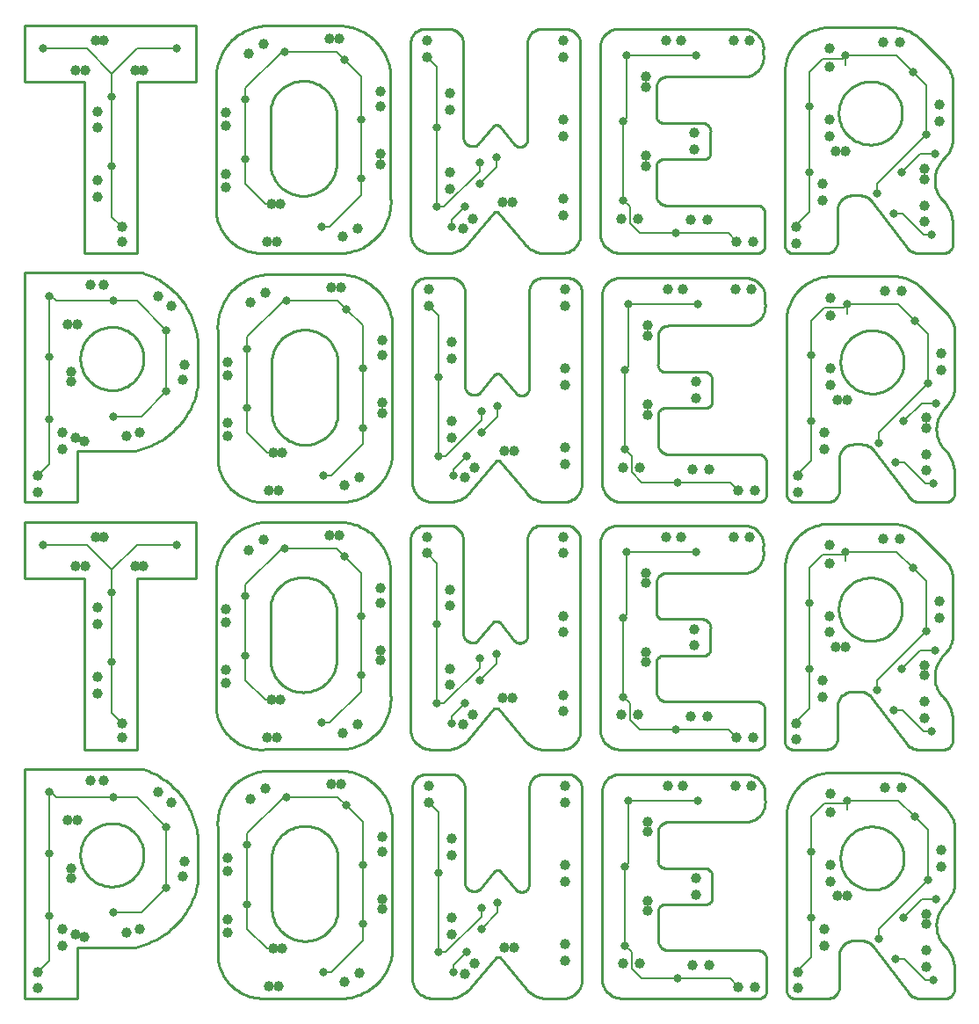
<source format=gbl>
G75*
G70*
%OFA0B0*%
%FSLAX25Y25*%
%IPPOS*%
%LPD*%
%AMOC8*
5,1,8,0,0,1.08239X$1,22.5*
%
%ADD10C,0.03970*%
%ADD11C,0.01000*%
%ADD14C,0.03170*%
%ADD16C,0.00600*%
X0012500Y0012500D02*
G75*
%LPD*%
D11*
X0012500Y0012500D02*
X0012500Y0099380D01*
X0057500Y0099380D01*
X0078120Y0073130D02*
X0078120Y0056250D01*
X0054370Y0031880D02*
X0032500Y0031880D01*
X0032500Y0012500D01*
X0012500Y0012500D01*
X0054380Y0031880D02*
X0055440Y0032120D01*
X0056500Y0032410D01*
X0057540Y0032730D01*
X0058570Y0033090D01*
X0059590Y0033490D01*
X0060600Y0033920D01*
X0061590Y0034390D01*
X0062560Y0034890D01*
X0063510Y0035430D01*
X0064440Y0036000D01*
X0065350Y0036600D01*
X0066240Y0037240D01*
X0067110Y0037900D01*
X0067950Y0038600D01*
X0068770Y0039330D01*
X0069560Y0040080D01*
X0070320Y0040860D01*
X0071060Y0041670D01*
X0071760Y0042510D01*
X0072440Y0043370D01*
X0073080Y0044250D01*
X0073690Y0045160D01*
X0074270Y0046090D01*
X0074820Y0047030D01*
X0075330Y0048000D01*
X0075810Y0048980D01*
X0076250Y0049980D01*
X0076660Y0051000D01*
X0077020Y0052030D01*
X0077360Y0053070D01*
X0077650Y0054120D01*
X0077910Y0055180D01*
X0078130Y0056250D01*
X0078120Y0073120D02*
X0078020Y0074190D01*
X0077880Y0075250D01*
X0077700Y0076310D01*
X0077480Y0077360D01*
X0077230Y0078400D01*
X0076940Y0079440D01*
X0076610Y0080460D01*
X0076250Y0081470D01*
X0075850Y0082460D01*
X0075420Y0083440D01*
X0074950Y0084410D01*
X0074450Y0085350D01*
X0073910Y0086280D01*
X0073340Y0087190D01*
X0072740Y0088080D01*
X0072110Y0088950D01*
X0071450Y0089790D01*
X0070750Y0090610D01*
X0070030Y0091400D01*
X0069280Y0092170D01*
X0068510Y0092910D01*
X0067710Y0093620D01*
X0066880Y0094310D01*
X0066030Y0094960D01*
X0065160Y0095580D01*
X0064260Y0096170D01*
X0063350Y0096730D01*
X0062410Y0097260D01*
X0061460Y0097750D01*
X0060490Y0098210D01*
X0059510Y0098630D01*
X0058510Y0099020D01*
X0057490Y0099370D01*
X0033620Y0066880D02*
X0033640Y0067570D01*
X0033700Y0068260D01*
X0033800Y0068940D01*
X0033940Y0069620D01*
X0034110Y0070290D01*
X0034330Y0070950D01*
X0034580Y0071590D01*
X0034870Y0072220D01*
X0035200Y0072830D01*
X0035560Y0073420D01*
X0035950Y0073990D01*
X0036380Y0074530D01*
X0036830Y0075050D01*
X0037320Y0075550D01*
X0037830Y0076010D01*
X0038370Y0076440D01*
X0038940Y0076850D01*
X0039520Y0077210D01*
X0040130Y0077550D01*
X0040750Y0077850D01*
X0041390Y0078110D01*
X0042040Y0078330D01*
X0042710Y0078520D01*
X0043390Y0078670D01*
X0044070Y0078780D01*
X0044760Y0078850D01*
X0045450Y0078880D01*
X0046140Y0078870D01*
X0046830Y0078820D01*
X0047510Y0078730D01*
X0048190Y0078600D01*
X0048860Y0078430D01*
X0049530Y0078230D01*
X0050170Y0077980D01*
X0050800Y0077700D01*
X0051420Y0077390D01*
X0052010Y0077030D01*
X0052590Y0076650D01*
X0053140Y0076230D01*
X0053670Y0075780D01*
X0054170Y0075300D01*
X0054640Y0074800D01*
X0055080Y0074260D01*
X0055490Y0073710D01*
X0055870Y0073130D01*
X0056210Y0072530D01*
X0056520Y0071910D01*
X0056790Y0071270D01*
X0057020Y0070620D01*
X0057220Y0069960D01*
X0057380Y0069280D01*
X0057500Y0068600D01*
X0057580Y0067920D01*
X0057620Y0067230D01*
X0057620Y0066530D01*
X0057580Y0065840D01*
X0057500Y0065160D01*
X0057380Y0064480D01*
X0057220Y0063800D01*
X0057020Y0063140D01*
X0056790Y0062490D01*
X0056520Y0061850D01*
X0056210Y0061230D01*
X0055870Y0060630D01*
X0055490Y0060050D01*
X0055080Y0059500D01*
X0054640Y0058960D01*
X0054170Y0058460D01*
X0053670Y0057980D01*
X0053140Y0057530D01*
X0052590Y0057110D01*
X0052010Y0056730D01*
X0051420Y0056370D01*
X0050800Y0056060D01*
X0050170Y0055780D01*
X0049530Y0055530D01*
X0048860Y0055330D01*
X0048190Y0055160D01*
X0047510Y0055030D01*
X0046830Y0054940D01*
X0046140Y0054890D01*
X0045450Y0054880D01*
X0044760Y0054910D01*
X0044070Y0054980D01*
X0043390Y0055090D01*
X0042710Y0055240D01*
X0042040Y0055430D01*
X0041390Y0055650D01*
X0040750Y0055910D01*
X0040130Y0056210D01*
X0039520Y0056550D01*
X0038940Y0056910D01*
X0038370Y0057320D01*
X0037830Y0057750D01*
X0037320Y0058210D01*
X0036830Y0058710D01*
X0036380Y0059230D01*
X0035950Y0059770D01*
X0035560Y0060340D01*
X0035200Y0060930D01*
X0034870Y0061540D01*
X0034580Y0062170D01*
X0034330Y0062810D01*
X0034110Y0063470D01*
X0033940Y0064140D01*
X0033800Y0064820D01*
X0033700Y0065500D01*
X0033640Y0066190D01*
X0033620Y0066880D01*
D10*
X0030000Y0061880D03*
X0030000Y0058130D03*
X0026870Y0038750D03*
X0031870Y0036880D03*
X0035000Y0035630D03*
X0026870Y0032500D03*
X0017500Y0022500D03*
X0017500Y0016250D03*
X0051250Y0037500D03*
X0056250Y0038750D03*
X0072500Y0058750D03*
X0073120Y0064380D03*
X0068120Y0086880D03*
X0063120Y0090630D03*
X0042500Y0095000D03*
X0037500Y0095000D03*
X0032500Y0080000D03*
X0028750Y0080000D03*
D14*
X0021870Y0090630D03*
X0021870Y0067500D03*
X0021870Y0043750D03*
X0046250Y0045000D03*
X0066250Y0054380D03*
X0066250Y0077500D03*
X0046250Y0088750D03*
D16*
X0055000Y0088750D01*
X0066250Y0077500D01*
X0066250Y0054380D01*
X0056870Y0045000D01*
X0046250Y0045000D01*
X0065620Y0055000D02*
X0066250Y0054380D01*
X0046250Y0088750D02*
X0024370Y0088750D01*
X0022500Y0090630D01*
X0021870Y0090630D01*
X0021870Y0067500D01*
X0021870Y0043750D01*
X0021870Y0026880D01*
X0017500Y0022500D01*
X0085630Y0012500D02*
G75*
%LPD*%
D11*
X0085670Y0028200D02*
X0085670Y0077570D01*
X0085630Y0078440D01*
X0085640Y0079320D01*
X0085680Y0080190D01*
X0085760Y0081060D01*
X0085870Y0081930D01*
X0086030Y0082790D01*
X0086220Y0083640D01*
X0086450Y0084490D01*
X0086710Y0085320D01*
X0087010Y0086140D01*
X0087350Y0086950D01*
X0087720Y0087740D01*
X0088130Y0088510D01*
X0088570Y0089270D01*
X0089040Y0090000D01*
X0089540Y0090720D01*
X0090080Y0091410D01*
X0090640Y0092080D01*
X0091240Y0092720D01*
X0091860Y0093340D01*
X0092500Y0093930D01*
X0093170Y0094490D01*
X0093870Y0095020D01*
X0094590Y0095520D01*
X0095330Y0095980D01*
X0096080Y0096420D01*
X0096860Y0096820D01*
X0097650Y0097190D01*
X0098460Y0097520D01*
X0099290Y0097820D01*
X0100120Y0098080D01*
X0100970Y0098300D01*
X0101820Y0098490D01*
X0102680Y0098640D01*
X0103550Y0098750D01*
X0104420Y0098820D01*
X0131300Y0098820D01*
X0131290Y0098820D02*
X0132170Y0098830D01*
X0133040Y0098800D01*
X0133910Y0098730D01*
X0134780Y0098620D01*
X0135640Y0098480D01*
X0136490Y0098300D01*
X0137340Y0098080D01*
X0138170Y0097830D01*
X0139000Y0097540D01*
X0139810Y0097210D01*
X0140600Y0096850D01*
X0141380Y0096450D01*
X0142140Y0096020D01*
X0142880Y0095560D01*
X0143600Y0095070D01*
X0144300Y0094540D01*
X0144970Y0093990D01*
X0145620Y0093400D01*
X0146240Y0092790D01*
X0146840Y0092150D01*
X0147410Y0091490D01*
X0147940Y0090800D01*
X0148450Y0090090D01*
X0148930Y0089360D01*
X0149370Y0088610D01*
X0149780Y0087840D01*
X0150160Y0087050D01*
X0150500Y0086250D01*
X0150810Y0085430D01*
X0151080Y0084600D01*
X0151310Y0083760D01*
X0151510Y0082910D01*
X0151670Y0082050D01*
X0151790Y0081190D01*
X0151870Y0080320D01*
X0151920Y0079450D01*
X0151920Y0033200D01*
X0151930Y0033200D02*
X0151970Y0032330D01*
X0151960Y0031460D01*
X0151920Y0030590D01*
X0151840Y0029720D01*
X0151720Y0028860D01*
X0151560Y0028000D01*
X0151370Y0027150D01*
X0151130Y0026310D01*
X0150860Y0025480D01*
X0150550Y0024670D01*
X0150210Y0023870D01*
X0149830Y0023080D01*
X0149410Y0022320D01*
X0148960Y0021570D01*
X0148480Y0020840D01*
X0147970Y0020140D01*
X0147420Y0019460D01*
X0146850Y0018810D01*
X0146240Y0018180D01*
X0145610Y0017580D01*
X0144950Y0017010D01*
X0144270Y0016470D01*
X0143560Y0015950D01*
X0142830Y0015480D01*
X0142090Y0015030D01*
X0141320Y0014620D01*
X0140530Y0014250D01*
X0139730Y0013910D01*
X0138910Y0013600D01*
X0138080Y0013330D01*
X0137240Y0013100D01*
X0136390Y0012910D01*
X0135530Y0012760D01*
X0134670Y0012650D01*
X0133800Y0012570D01*
X0134420Y0012570D02*
X0104420Y0012570D01*
X0103600Y0012520D01*
X0102780Y0012500D01*
X0101960Y0012520D01*
X0101140Y0012590D01*
X0100330Y0012690D01*
X0099520Y0012830D01*
X0098710Y0013010D01*
X0097920Y0013220D01*
X0097140Y0013480D01*
X0096370Y0013770D01*
X0095620Y0014090D01*
X0094880Y0014450D01*
X0094160Y0014850D01*
X0093460Y0015280D01*
X0092780Y0015750D01*
X0092130Y0016240D01*
X0091500Y0016770D01*
X0090890Y0017320D01*
X0090310Y0017910D01*
X0089760Y0018520D01*
X0089240Y0019150D01*
X0088760Y0019810D01*
X0088300Y0020490D01*
X0087870Y0021200D01*
X0087480Y0021920D01*
X0087130Y0022660D01*
X0086810Y0023420D01*
X0086520Y0024190D01*
X0086280Y0024970D01*
X0086070Y0025770D01*
X0085900Y0026570D01*
X0085760Y0027380D01*
X0085670Y0028200D01*
X0106300Y0045700D02*
X0106300Y0066950D01*
X0106410Y0067640D01*
X0106560Y0068310D01*
X0106750Y0068980D01*
X0106970Y0069640D01*
X0107230Y0070280D01*
X0107520Y0070910D01*
X0107850Y0071520D01*
X0108210Y0072110D01*
X0108610Y0072680D01*
X0109030Y0073230D01*
X0109480Y0073750D01*
X0109970Y0074250D01*
X0110480Y0074720D01*
X0111010Y0075160D01*
X0111570Y0075570D01*
X0112150Y0075950D01*
X0112750Y0076300D01*
X0113360Y0076610D01*
X0114000Y0076890D01*
X0114650Y0077140D01*
X0115310Y0077350D01*
X0115980Y0077520D01*
X0116660Y0077650D01*
X0117340Y0077750D01*
X0118040Y0077810D01*
X0118730Y0077830D01*
X0119420Y0077810D01*
X0120110Y0077760D01*
X0120800Y0077660D01*
X0121480Y0077530D01*
X0122150Y0077360D01*
X0122810Y0077160D01*
X0123460Y0076920D01*
X0124100Y0076640D01*
X0124720Y0076330D01*
X0125320Y0075980D01*
X0125900Y0075610D01*
X0126460Y0075200D01*
X0127000Y0074760D01*
X0127510Y0074290D01*
X0127990Y0073800D01*
X0128450Y0073270D01*
X0128880Y0072730D01*
X0129270Y0072160D01*
X0129640Y0071570D01*
X0129970Y0070960D01*
X0130270Y0070340D01*
X0130530Y0069700D01*
X0130760Y0069040D01*
X0130950Y0068370D01*
X0131100Y0067700D01*
X0131220Y0067010D01*
X0131290Y0066330D01*
X0131300Y0066320D02*
X0131300Y0045070D01*
X0131290Y0045070D02*
X0131180Y0044380D01*
X0131030Y0043710D01*
X0130840Y0043040D01*
X0130620Y0042380D01*
X0130360Y0041740D01*
X0130070Y0041110D01*
X0129740Y0040500D01*
X0129380Y0039910D01*
X0128980Y0039340D01*
X0128560Y0038790D01*
X0128110Y0038270D01*
X0127620Y0037770D01*
X0127110Y0037300D01*
X0126580Y0036860D01*
X0126020Y0036450D01*
X0125440Y0036070D01*
X0124840Y0035720D01*
X0124230Y0035410D01*
X0123590Y0035130D01*
X0122940Y0034880D01*
X0122280Y0034670D01*
X0121610Y0034500D01*
X0120930Y0034370D01*
X0120250Y0034270D01*
X0119550Y0034210D01*
X0118860Y0034190D01*
X0118170Y0034210D01*
X0117480Y0034260D01*
X0116790Y0034360D01*
X0116110Y0034490D01*
X0115440Y0034660D01*
X0114780Y0034860D01*
X0114130Y0035100D01*
X0113490Y0035380D01*
X0112870Y0035690D01*
X0112270Y0036040D01*
X0111690Y0036410D01*
X0111130Y0036820D01*
X0110590Y0037260D01*
X0110080Y0037730D01*
X0109600Y0038220D01*
X0109140Y0038750D01*
X0108710Y0039290D01*
X0108320Y0039860D01*
X0107950Y0040450D01*
X0107620Y0041060D01*
X0107320Y0041680D01*
X0107060Y0042320D01*
X0106830Y0042980D01*
X0106640Y0043650D01*
X0106490Y0044320D01*
X0106370Y0045010D01*
X0106300Y0045690D01*
D10*
X0106920Y0031320D03*
X0110050Y0031320D03*
X0108800Y0016950D03*
X0105050Y0016950D03*
X0089420Y0037570D03*
X0089420Y0042570D03*
X0089420Y0060700D03*
X0089420Y0065700D03*
X0098170Y0088200D03*
X0103800Y0091950D03*
X0128800Y0093820D03*
X0132550Y0093820D03*
X0148170Y0073820D03*
X0148170Y0068200D03*
X0148170Y0050070D03*
X0148170Y0046320D03*
X0139420Y0021950D03*
X0133800Y0018820D03*
D16*
X0128800Y0022570D02*
X0140670Y0034450D01*
X0140670Y0040700D01*
X0140670Y0063200D01*
X0140670Y0079450D01*
X0134420Y0085700D01*
X0131300Y0088820D01*
X0111920Y0088820D01*
X0110670Y0088820D01*
X0096920Y0075070D01*
X0096920Y0070700D01*
X0096920Y0048200D01*
X0096920Y0038820D01*
X0104420Y0031320D01*
X0106920Y0031320D01*
X0125670Y0022570D02*
X0128800Y0022570D01*
D14*
X0125670Y0022570D03*
X0140670Y0040700D03*
X0140670Y0063200D03*
X0134420Y0085700D03*
X0111920Y0088820D03*
X0096920Y0070700D03*
X0096920Y0048200D03*
X0159470Y0012500D02*
G75*
%LPD*%
D11*
X0159480Y0020510D02*
X0159480Y0092090D01*
X0159500Y0092540D01*
X0159550Y0092980D01*
X0159650Y0093420D01*
X0159770Y0093850D01*
X0159940Y0094260D01*
X0160130Y0094660D01*
X0160360Y0095050D01*
X0160620Y0095410D01*
X0160910Y0095750D01*
X0161230Y0096070D01*
X0161570Y0096360D01*
X0161930Y0096620D01*
X0162320Y0096850D01*
X0162720Y0097040D01*
X0163130Y0097210D01*
X0163560Y0097330D01*
X0164000Y0097430D01*
X0164440Y0097480D01*
X0164890Y0097500D01*
X0164890Y0097510D02*
X0174280Y0097510D01*
X0174740Y0097470D01*
X0175190Y0097380D01*
X0175630Y0097270D01*
X0176060Y0097110D01*
X0176470Y0096920D01*
X0176870Y0096700D01*
X0177250Y0096440D01*
X0177600Y0096160D01*
X0177930Y0095840D01*
X0178240Y0095500D01*
X0178510Y0095140D01*
X0178750Y0094750D01*
X0178970Y0094350D01*
X0179140Y0093930D01*
X0179280Y0093490D01*
X0179390Y0093050D01*
X0179460Y0092600D01*
X0179490Y0092140D01*
X0179480Y0091690D01*
X0179480Y0056880D01*
X0179470Y0056880D02*
X0179460Y0056520D01*
X0179480Y0056160D01*
X0179540Y0055810D01*
X0179640Y0055460D01*
X0179770Y0055130D01*
X0179930Y0054810D01*
X0180130Y0054510D01*
X0180360Y0054230D01*
X0180610Y0053970D01*
X0180890Y0053750D01*
X0181190Y0053550D01*
X0181500Y0053380D01*
X0181840Y0053250D01*
X0182180Y0053150D01*
X0182540Y0053090D01*
X0182900Y0053060D01*
X0183260Y0053070D01*
X0183610Y0053120D01*
X0183960Y0053200D01*
X0184300Y0053320D01*
X0184630Y0053480D01*
X0184930Y0053660D01*
X0185220Y0053880D01*
X0190650Y0060560D01*
X0190850Y0060740D01*
X0191080Y0060880D01*
X0191320Y0060990D01*
X0191580Y0061070D01*
X0191850Y0061110D01*
X0192110Y0061110D01*
X0192380Y0061070D01*
X0192640Y0060990D01*
X0192880Y0060880D01*
X0193110Y0060740D01*
X0193310Y0060560D01*
X0193300Y0060560D02*
X0198830Y0053780D01*
X0199060Y0053550D01*
X0199310Y0053350D01*
X0199590Y0053180D01*
X0199880Y0053050D01*
X0200190Y0052940D01*
X0200510Y0052880D01*
X0200830Y0052840D01*
X0201150Y0052850D01*
X0201480Y0052890D01*
X0201790Y0052960D01*
X0202100Y0053070D01*
X0202390Y0053220D01*
X0202660Y0053390D01*
X0202910Y0053600D01*
X0203140Y0053830D01*
X0203340Y0054080D01*
X0203510Y0054360D01*
X0203640Y0054650D01*
X0203750Y0054960D01*
X0203810Y0055280D01*
X0203850Y0055600D01*
X0203850Y0092220D01*
X0203860Y0092220D02*
X0203880Y0092660D01*
X0203930Y0093090D01*
X0204020Y0093520D01*
X0204150Y0093930D01*
X0204300Y0094340D01*
X0204500Y0094730D01*
X0204720Y0095110D01*
X0204970Y0095460D01*
X0205260Y0095800D01*
X0205560Y0096100D01*
X0205900Y0096390D01*
X0206250Y0096640D01*
X0206630Y0096860D01*
X0207020Y0097060D01*
X0207430Y0097210D01*
X0207840Y0097340D01*
X0208270Y0097430D01*
X0208700Y0097480D01*
X0209140Y0097500D01*
X0209140Y0097510D02*
X0218570Y0097510D01*
X0218570Y0097500D02*
X0219030Y0097460D01*
X0219490Y0097370D01*
X0219940Y0097250D01*
X0220370Y0097100D01*
X0220790Y0096900D01*
X0221200Y0096680D01*
X0221580Y0096420D01*
X0221940Y0096130D01*
X0222280Y0095810D01*
X0222590Y0095470D01*
X0222860Y0095100D01*
X0223110Y0094710D01*
X0223330Y0094300D01*
X0223510Y0093870D01*
X0223650Y0093430D01*
X0223760Y0092980D01*
X0223830Y0092520D01*
X0223860Y0092060D01*
X0223850Y0091600D01*
X0223850Y0020240D01*
X0217370Y0012510D02*
X0209000Y0012510D01*
X0202420Y0016440D02*
X0192780Y0027950D01*
X0192790Y0027960D02*
X0192690Y0028030D01*
X0192580Y0028090D01*
X0192460Y0028130D01*
X0192340Y0028140D01*
X0191090Y0027870D02*
X0181930Y0016840D01*
X0174390Y0012510D02*
X0166860Y0012510D01*
X0166310Y0012550D01*
X0165770Y0012630D01*
X0165230Y0012750D01*
X0164700Y0012910D01*
X0164190Y0013100D01*
X0163690Y0013330D01*
X0163210Y0013600D01*
X0162750Y0013900D01*
X0162310Y0014230D01*
X0161900Y0014590D01*
X0161510Y0014980D01*
X0161150Y0015400D01*
X0160820Y0015840D01*
X0160530Y0016300D01*
X0160270Y0016790D01*
X0160040Y0017290D01*
X0159850Y0017800D01*
X0159700Y0018330D01*
X0159590Y0018870D01*
X0159510Y0019410D01*
X0159470Y0019960D01*
X0159480Y0020510D01*
X0174390Y0012500D02*
X0175020Y0012600D01*
X0175640Y0012740D01*
X0176250Y0012910D01*
X0176860Y0013110D01*
X0177450Y0013350D01*
X0178030Y0013620D01*
X0178590Y0013920D01*
X0179130Y0014250D01*
X0179660Y0014610D01*
X0180160Y0015010D01*
X0180640Y0015430D01*
X0181100Y0015870D01*
X0181530Y0016340D01*
X0181930Y0016840D01*
X0191090Y0027870D02*
X0191280Y0027980D01*
X0191480Y0028070D01*
X0191690Y0028130D01*
X0191910Y0028160D01*
X0192130Y0028160D01*
X0192340Y0028130D01*
X0202420Y0016440D02*
X0202790Y0015960D01*
X0203200Y0015510D01*
X0203630Y0015090D01*
X0204080Y0014690D01*
X0204560Y0014320D01*
X0205060Y0013980D01*
X0205580Y0013670D01*
X0206110Y0013390D01*
X0206670Y0013140D01*
X0207230Y0012930D01*
X0207810Y0012750D01*
X0208400Y0012610D01*
X0208990Y0012510D01*
X0217370Y0012510D02*
X0217880Y0012570D01*
X0218380Y0012670D01*
X0218870Y0012800D01*
X0219350Y0012970D01*
X0219820Y0013170D01*
X0220270Y0013410D01*
X0220700Y0013680D01*
X0221120Y0013970D01*
X0221510Y0014300D01*
X0221870Y0014650D01*
X0222210Y0015030D01*
X0222530Y0015430D01*
X0222810Y0015850D01*
X0223060Y0016300D01*
X0223280Y0016750D01*
X0223470Y0017230D01*
X0223620Y0017710D01*
X0223740Y0018210D01*
X0223820Y0018710D01*
X0223870Y0019220D01*
X0223880Y0019730D01*
X0223850Y0020230D01*
D10*
X0217600Y0026880D03*
X0217600Y0033130D03*
X0198230Y0031880D03*
X0194480Y0031880D03*
X0183230Y0025630D03*
X0179480Y0021880D03*
X0174480Y0036880D03*
X0174480Y0043130D03*
X0174480Y0066880D03*
X0174480Y0073130D03*
X0165730Y0086880D03*
X0165730Y0093130D03*
X0217600Y0093130D03*
X0217600Y0086880D03*
X0217600Y0063130D03*
X0217600Y0056880D03*
D14*
X0191980Y0048760D03*
X0185730Y0046880D03*
X0185730Y0038760D03*
X0180100Y0030010D03*
X0175100Y0022510D03*
X0169480Y0030010D03*
X0169480Y0060010D03*
D16*
X0169480Y0083130D01*
X0165730Y0086880D01*
X0169480Y0060010D02*
X0169480Y0030010D01*
X0172220Y0030010D01*
X0185730Y0043520D01*
X0185730Y0046880D01*
X0191980Y0045010D02*
X0191980Y0048760D01*
X0191980Y0045010D02*
X0185730Y0038760D01*
X0180100Y0030010D02*
X0175100Y0025010D01*
X0175100Y0022510D01*
X0231380Y0012500D02*
G75*
%LPD*%
D11*
X0238910Y0012510D02*
X0291030Y0012510D01*
X0291030Y0012500D02*
X0291350Y0012520D01*
X0291670Y0012570D01*
X0291980Y0012660D01*
X0292280Y0012790D01*
X0292560Y0012940D01*
X0292830Y0013130D01*
X0293070Y0013340D01*
X0293280Y0013580D01*
X0293470Y0013850D01*
X0293620Y0014130D01*
X0293750Y0014430D01*
X0293840Y0014740D01*
X0293890Y0015060D01*
X0293910Y0015380D01*
X0293910Y0027760D01*
X0293900Y0027750D02*
X0293850Y0028080D01*
X0293770Y0028410D01*
X0293650Y0028720D01*
X0293500Y0029020D01*
X0293320Y0029300D01*
X0293110Y0029560D01*
X0292880Y0029800D01*
X0292620Y0030020D01*
X0292340Y0030200D01*
X0292040Y0030350D01*
X0291730Y0030480D01*
X0291410Y0030570D01*
X0291080Y0030620D01*
X0290740Y0030640D01*
X0290410Y0030620D01*
X0290410Y0030630D02*
X0257030Y0030630D01*
X0256660Y0030620D01*
X0256280Y0030640D01*
X0255910Y0030700D01*
X0255550Y0030790D01*
X0255190Y0030920D01*
X0254850Y0031080D01*
X0254520Y0031260D01*
X0254220Y0031480D01*
X0253930Y0031730D01*
X0253670Y0032000D01*
X0253430Y0032290D01*
X0253230Y0032600D01*
X0253050Y0032930D01*
X0252900Y0033280D01*
X0252790Y0033640D01*
X0252710Y0034000D01*
X0252660Y0034380D01*
X0252660Y0045630D01*
X0252710Y0045950D01*
X0252800Y0046250D01*
X0252920Y0046540D01*
X0253070Y0046820D01*
X0253250Y0047080D01*
X0253470Y0047320D01*
X0253700Y0047530D01*
X0253960Y0047710D01*
X0254240Y0047870D01*
X0254530Y0047990D01*
X0254840Y0048080D01*
X0255150Y0048130D01*
X0255470Y0048150D01*
X0255780Y0048130D01*
X0270410Y0048130D01*
X0270410Y0048140D02*
X0270720Y0048120D01*
X0271030Y0048140D01*
X0271340Y0048190D01*
X0271630Y0048290D01*
X0271920Y0048410D01*
X0272180Y0048580D01*
X0272430Y0048770D01*
X0272650Y0048990D01*
X0272840Y0049230D01*
X0273000Y0049500D01*
X0273130Y0049780D01*
X0273220Y0050080D01*
X0273280Y0050390D01*
X0273280Y0050380D02*
X0273280Y0058370D01*
X0273270Y0058370D02*
X0273290Y0058700D01*
X0273270Y0059040D01*
X0273210Y0059370D01*
X0273130Y0059690D01*
X0273000Y0060010D01*
X0272850Y0060310D01*
X0272660Y0060590D01*
X0272450Y0060850D01*
X0272210Y0061080D01*
X0271950Y0061290D01*
X0271660Y0061470D01*
X0271360Y0061620D01*
X0271050Y0061740D01*
X0270720Y0061820D01*
X0270390Y0061870D01*
X0270400Y0061880D02*
X0255050Y0061880D01*
X0255050Y0061890D02*
X0254750Y0061940D01*
X0254450Y0062030D01*
X0254170Y0062140D01*
X0253910Y0062290D01*
X0253660Y0062470D01*
X0253430Y0062670D01*
X0253230Y0062900D01*
X0253050Y0063150D01*
X0252910Y0063420D01*
X0252790Y0063700D01*
X0252710Y0063990D01*
X0252660Y0064290D01*
X0252640Y0064600D01*
X0252660Y0064900D01*
X0252660Y0075380D01*
X0252680Y0075770D01*
X0252740Y0076160D01*
X0252830Y0076540D01*
X0252960Y0076910D01*
X0253130Y0077270D01*
X0253330Y0077600D01*
X0253570Y0077920D01*
X0253830Y0078210D01*
X0254120Y0078470D01*
X0254440Y0078710D01*
X0254770Y0078910D01*
X0255130Y0079080D01*
X0255500Y0079210D01*
X0255880Y0079300D01*
X0256270Y0079360D01*
X0256660Y0079380D01*
X0286640Y0079380D01*
X0287180Y0079460D01*
X0287710Y0079590D01*
X0288230Y0079750D01*
X0288740Y0079950D01*
X0289230Y0080180D01*
X0289700Y0080450D01*
X0290160Y0080750D01*
X0290590Y0081090D01*
X0290990Y0081450D01*
X0291370Y0081840D01*
X0291720Y0082260D01*
X0292040Y0082700D01*
X0292330Y0083170D01*
X0292590Y0083650D01*
X0292800Y0084150D01*
X0292990Y0084660D01*
X0293130Y0085190D01*
X0293240Y0085720D01*
X0293310Y0086260D01*
X0293340Y0086810D01*
X0293330Y0087350D01*
X0293280Y0087900D01*
X0293280Y0089500D01*
X0293310Y0090020D01*
X0293300Y0090550D01*
X0293250Y0091080D01*
X0293160Y0091600D01*
X0293040Y0092110D01*
X0292880Y0092620D01*
X0292680Y0093110D01*
X0292450Y0093590D01*
X0292190Y0094040D01*
X0291890Y0094480D01*
X0291560Y0094900D01*
X0291210Y0095290D01*
X0290830Y0095660D01*
X0290420Y0095990D01*
X0289990Y0096300D01*
X0289540Y0096580D01*
X0289070Y0096820D01*
X0288580Y0097030D01*
X0288080Y0097200D01*
X0287570Y0097340D01*
X0287050Y0097440D01*
X0286520Y0097500D01*
X0286520Y0097510D02*
X0237660Y0097510D01*
X0237660Y0097500D02*
X0237140Y0097440D01*
X0236640Y0097330D01*
X0236140Y0097190D01*
X0235660Y0097010D01*
X0235190Y0096800D01*
X0234740Y0096550D01*
X0234300Y0096270D01*
X0233890Y0095960D01*
X0233510Y0095610D01*
X0233150Y0095240D01*
X0232820Y0094850D01*
X0232520Y0094430D01*
X0232250Y0093980D01*
X0232020Y0093520D01*
X0231820Y0093050D01*
X0231660Y0092560D01*
X0231530Y0092060D01*
X0231440Y0091550D01*
X0231390Y0091040D01*
X0231380Y0090520D01*
X0231410Y0090010D01*
X0231410Y0020010D01*
X0231430Y0019470D01*
X0231490Y0018940D01*
X0231580Y0018420D01*
X0231710Y0017900D01*
X0231880Y0017390D01*
X0232090Y0016890D01*
X0232330Y0016420D01*
X0232600Y0015960D01*
X0232910Y0015520D01*
X0233240Y0015100D01*
X0233610Y0014710D01*
X0234000Y0014340D01*
X0234420Y0014010D01*
X0234860Y0013700D01*
X0235320Y0013430D01*
X0235790Y0013190D01*
X0236290Y0012980D01*
X0236800Y0012810D01*
X0237320Y0012680D01*
X0237840Y0012590D01*
X0238370Y0012530D01*
X0238910Y0012510D01*
D10*
X0239530Y0025630D03*
X0245780Y0025630D03*
X0248910Y0045630D03*
X0248910Y0049380D03*
X0267030Y0051880D03*
X0267030Y0058130D03*
X0248910Y0075630D03*
X0248910Y0079380D03*
X0256410Y0093130D03*
X0262030Y0093130D03*
X0282030Y0093130D03*
X0288280Y0093130D03*
X0272030Y0025010D03*
X0265780Y0025010D03*
X0283280Y0016880D03*
X0289530Y0016880D03*
D14*
X0260160Y0020010D03*
X0240160Y0032510D03*
X0240160Y0062510D03*
X0241410Y0087510D03*
X0267660Y0087510D03*
D16*
X0241410Y0087510D01*
X0241410Y0063760D01*
X0240160Y0062510D01*
X0240160Y0032510D01*
X0242660Y0030010D01*
X0242660Y0023760D01*
X0246410Y0020010D01*
X0260160Y0020010D01*
X0280160Y0020010D01*
X0283280Y0016880D01*
X0301410Y0012500D02*
G75*
%LPD*%
D11*
X0304220Y0012500D02*
X0317470Y0012500D01*
X0317870Y0012550D01*
X0318250Y0012630D01*
X0318630Y0012750D01*
X0318990Y0012900D01*
X0319340Y0013090D01*
X0319670Y0013310D01*
X0319980Y0013550D01*
X0320270Y0013830D01*
X0320530Y0014130D01*
X0320750Y0014450D01*
X0320950Y0014790D01*
X0321120Y0015150D01*
X0321250Y0015520D01*
X0321350Y0015900D01*
X0321410Y0016290D01*
X0321440Y0016690D01*
X0321430Y0017080D01*
X0321430Y0028790D01*
X0321450Y0029250D01*
X0321510Y0029710D01*
X0321600Y0030160D01*
X0321730Y0030610D01*
X0321900Y0031040D01*
X0322100Y0031450D01*
X0322340Y0031850D01*
X0322610Y0032220D01*
X0322910Y0032580D01*
X0323230Y0032900D01*
X0323590Y0033200D01*
X0323960Y0033470D01*
X0324360Y0033710D01*
X0324770Y0033910D01*
X0325200Y0034080D01*
X0325650Y0034210D01*
X0326100Y0034300D01*
X0326560Y0034360D01*
X0327020Y0034380D01*
X0329910Y0034380D01*
X0334350Y0032180D02*
X0347380Y0015150D01*
X0351470Y0012500D02*
X0361640Y0012500D01*
X0362010Y0012520D01*
X0362380Y0012580D01*
X0362730Y0012670D01*
X0363080Y0012810D01*
X0363410Y0012970D01*
X0363720Y0013180D01*
X0364010Y0013410D01*
X0364270Y0013670D01*
X0364500Y0013960D01*
X0364710Y0014270D01*
X0364870Y0014600D01*
X0365010Y0014950D01*
X0365100Y0015300D01*
X0365160Y0015670D01*
X0365180Y0016040D01*
X0365180Y0022800D01*
X0361410Y0032520D02*
X0361360Y0032570D01*
X0361370Y0032570D02*
X0360940Y0033030D01*
X0360530Y0033510D01*
X0360160Y0034020D01*
X0359820Y0034550D01*
X0359510Y0035100D01*
X0359230Y0035670D01*
X0358990Y0036250D01*
X0358780Y0036840D01*
X0358610Y0037450D01*
X0358480Y0038070D01*
X0358390Y0038690D01*
X0358330Y0039320D01*
X0358310Y0039950D01*
X0362050Y0048750D02*
X0362050Y0048750D01*
X0365180Y0056300D02*
X0365180Y0076880D01*
X0362080Y0084350D02*
X0352730Y0093700D01*
X0342040Y0098130D02*
X0318810Y0098130D01*
X0318800Y0098130D02*
X0317990Y0098120D01*
X0317180Y0098080D01*
X0316370Y0098000D01*
X0315570Y0097880D01*
X0314770Y0097720D01*
X0313980Y0097520D01*
X0313200Y0097290D01*
X0312440Y0097020D01*
X0311680Y0096710D01*
X0310950Y0096370D01*
X0310230Y0096000D01*
X0309530Y0095590D01*
X0308840Y0095140D01*
X0308190Y0094670D01*
X0307550Y0094160D01*
X0306940Y0093630D01*
X0306350Y0093060D01*
X0305800Y0092470D01*
X0305270Y0091860D01*
X0304770Y0091210D01*
X0304300Y0090550D01*
X0303870Y0089860D01*
X0303460Y0089160D01*
X0303100Y0088430D01*
X0302760Y0087690D01*
X0302460Y0086940D01*
X0302200Y0086170D01*
X0301980Y0085390D01*
X0301790Y0084600D01*
X0301640Y0083800D01*
X0301530Y0082990D01*
X0301460Y0082180D01*
X0301420Y0081370D01*
X0301430Y0081370D02*
X0301430Y0015920D01*
X0301410Y0015600D01*
X0301430Y0015270D01*
X0301480Y0014950D01*
X0301570Y0014630D01*
X0301690Y0014330D01*
X0301840Y0014040D01*
X0302010Y0013760D01*
X0302220Y0013510D01*
X0302450Y0013280D01*
X0302710Y0013080D01*
X0302980Y0012900D01*
X0303270Y0012750D01*
X0303580Y0012640D01*
X0303900Y0012560D01*
X0304220Y0012510D01*
X0329910Y0034380D02*
X0330380Y0034360D01*
X0330840Y0034300D01*
X0331290Y0034210D01*
X0331740Y0034070D01*
X0332180Y0033900D01*
X0332590Y0033690D01*
X0332990Y0033450D01*
X0333370Y0033180D01*
X0333720Y0032880D01*
X0334050Y0032540D01*
X0334350Y0032190D01*
X0361410Y0032520D02*
X0361890Y0032000D01*
X0362340Y0031440D01*
X0362760Y0030870D01*
X0363150Y0030270D01*
X0363510Y0029650D01*
X0363830Y0029020D01*
X0364130Y0028370D01*
X0364380Y0027700D01*
X0364610Y0027020D01*
X0364790Y0026330D01*
X0364940Y0025640D01*
X0365060Y0024930D01*
X0365130Y0024220D01*
X0365170Y0023510D01*
X0365180Y0022800D01*
X0351480Y0012510D02*
X0351020Y0012580D01*
X0350580Y0012690D01*
X0350140Y0012830D01*
X0349720Y0013020D01*
X0349320Y0013230D01*
X0348930Y0013480D01*
X0348570Y0013760D01*
X0348230Y0014070D01*
X0347920Y0014410D01*
X0347640Y0014770D01*
X0347390Y0015150D01*
X0358300Y0039950D02*
X0358320Y0040600D01*
X0358380Y0041260D01*
X0358470Y0041900D01*
X0358600Y0042550D01*
X0358760Y0043180D01*
X0358950Y0043810D01*
X0359180Y0044420D01*
X0359430Y0045020D01*
X0359720Y0045610D01*
X0360040Y0046180D01*
X0360390Y0046740D01*
X0360760Y0047270D01*
X0361170Y0047790D01*
X0361600Y0048280D01*
X0362050Y0048750D01*
X0362060Y0048750D02*
X0362500Y0049220D01*
X0362910Y0049720D01*
X0363290Y0050240D01*
X0363640Y0050780D01*
X0363960Y0051340D01*
X0364240Y0051920D01*
X0364490Y0052520D01*
X0364700Y0053130D01*
X0364870Y0053750D01*
X0365010Y0054380D01*
X0365100Y0055010D01*
X0365160Y0055660D01*
X0365180Y0056300D01*
X0362060Y0048750D02*
X0362050Y0048740D01*
X0365170Y0076880D02*
X0365150Y0077520D01*
X0365090Y0078150D01*
X0365000Y0078780D01*
X0364860Y0079410D01*
X0364690Y0080020D01*
X0364480Y0080620D01*
X0364240Y0081210D01*
X0363960Y0081790D01*
X0363650Y0082340D01*
X0363300Y0082880D01*
X0362920Y0083390D01*
X0362510Y0083880D01*
X0362080Y0084350D01*
X0352730Y0093700D02*
X0352190Y0094210D01*
X0351630Y0094700D01*
X0351050Y0095150D01*
X0350440Y0095580D01*
X0349810Y0095980D01*
X0349170Y0096340D01*
X0348500Y0096680D01*
X0347830Y0096980D01*
X0347130Y0097250D01*
X0346430Y0097480D01*
X0345710Y0097680D01*
X0344990Y0097840D01*
X0344260Y0097970D01*
X0343520Y0098060D01*
X0342780Y0098110D01*
X0342040Y0098130D01*
X0321930Y0065630D02*
X0321950Y0066320D01*
X0322010Y0067010D01*
X0322110Y0067690D01*
X0322250Y0068370D01*
X0322420Y0069040D01*
X0322640Y0069700D01*
X0322890Y0070340D01*
X0323180Y0070970D01*
X0323510Y0071580D01*
X0323870Y0072170D01*
X0324260Y0072740D01*
X0324690Y0073280D01*
X0325140Y0073800D01*
X0325630Y0074300D01*
X0326140Y0074760D01*
X0326680Y0075190D01*
X0327250Y0075600D01*
X0327830Y0075960D01*
X0328440Y0076300D01*
X0329060Y0076600D01*
X0329700Y0076860D01*
X0330350Y0077080D01*
X0331020Y0077270D01*
X0331700Y0077420D01*
X0332380Y0077530D01*
X0333070Y0077600D01*
X0333760Y0077630D01*
X0334450Y0077620D01*
X0335140Y0077570D01*
X0335820Y0077480D01*
X0336500Y0077350D01*
X0337170Y0077180D01*
X0337840Y0076980D01*
X0338480Y0076730D01*
X0339110Y0076450D01*
X0339730Y0076140D01*
X0340320Y0075780D01*
X0340900Y0075400D01*
X0341450Y0074980D01*
X0341980Y0074530D01*
X0342480Y0074050D01*
X0342950Y0073550D01*
X0343390Y0073010D01*
X0343800Y0072460D01*
X0344180Y0071880D01*
X0344520Y0071280D01*
X0344830Y0070660D01*
X0345100Y0070020D01*
X0345330Y0069370D01*
X0345530Y0068710D01*
X0345690Y0068030D01*
X0345810Y0067350D01*
X0345890Y0066670D01*
X0345930Y0065980D01*
X0345930Y0065280D01*
X0345890Y0064590D01*
X0345810Y0063910D01*
X0345690Y0063230D01*
X0345530Y0062550D01*
X0345330Y0061890D01*
X0345100Y0061240D01*
X0344830Y0060600D01*
X0344520Y0059980D01*
X0344180Y0059380D01*
X0343800Y0058800D01*
X0343390Y0058250D01*
X0342950Y0057710D01*
X0342480Y0057210D01*
X0341980Y0056730D01*
X0341450Y0056280D01*
X0340900Y0055860D01*
X0340320Y0055480D01*
X0339730Y0055120D01*
X0339110Y0054810D01*
X0338480Y0054530D01*
X0337840Y0054280D01*
X0337170Y0054080D01*
X0336500Y0053910D01*
X0335820Y0053780D01*
X0335140Y0053690D01*
X0334450Y0053640D01*
X0333760Y0053630D01*
X0333070Y0053660D01*
X0332380Y0053730D01*
X0331700Y0053840D01*
X0331020Y0053990D01*
X0330350Y0054180D01*
X0329700Y0054400D01*
X0329060Y0054660D01*
X0328440Y0054960D01*
X0327830Y0055300D01*
X0327250Y0055660D01*
X0326680Y0056070D01*
X0326140Y0056500D01*
X0325630Y0056960D01*
X0325140Y0057460D01*
X0324690Y0057980D01*
X0324260Y0058520D01*
X0323870Y0059090D01*
X0323510Y0059680D01*
X0323180Y0060290D01*
X0322890Y0060920D01*
X0322640Y0061560D01*
X0322420Y0062220D01*
X0322250Y0062890D01*
X0322110Y0063570D01*
X0322010Y0064250D01*
X0321950Y0064940D01*
X0321930Y0065630D01*
D10*
X0318300Y0063130D03*
X0318300Y0056880D03*
X0320800Y0051250D03*
X0324550Y0051250D03*
X0315800Y0038750D03*
X0315800Y0032500D03*
X0305800Y0022500D03*
X0305800Y0016250D03*
X0354550Y0024380D03*
X0354550Y0030630D03*
X0354550Y0040630D03*
X0354550Y0044380D03*
X0360180Y0062500D03*
X0360180Y0068750D03*
X0345180Y0092500D03*
X0338930Y0092500D03*
X0318300Y0090000D03*
X0318300Y0083130D03*
D16*
X0315800Y0086250D02*
X0323300Y0086250D01*
X0324550Y0087500D01*
X0343930Y0087500D01*
X0350180Y0081250D01*
X0355180Y0076250D01*
X0355180Y0057500D01*
X0336430Y0038750D01*
X0336430Y0035000D01*
X0342680Y0027500D02*
X0346040Y0027500D01*
X0354170Y0019380D01*
X0357050Y0019380D01*
X0345800Y0043130D02*
X0352680Y0050000D01*
X0358300Y0050000D01*
X0324550Y0083990D02*
X0324550Y0087500D01*
X0315800Y0086250D02*
X0310800Y0081250D01*
X0310800Y0068130D01*
X0310800Y0043130D01*
X0310800Y0028130D01*
X0305800Y0023130D01*
X0305800Y0022500D01*
D14*
X0310800Y0043130D03*
X0310800Y0068130D03*
X0324550Y0087500D03*
X0350180Y0081250D03*
X0355180Y0057500D03*
X0358300Y0050000D03*
X0345800Y0043130D03*
X0336430Y0035000D03*
X0342680Y0027500D03*
X0357050Y0019380D03*
X0012500Y0106880D02*
G75*
%LPD*%
D11*
X0035000Y0106880D02*
X0055000Y0106880D01*
X0055000Y0171880D01*
X0077500Y0171880D01*
X0077500Y0193130D01*
X0012500Y0193130D01*
X0012500Y0171880D01*
X0035000Y0171880D01*
X0035000Y0106880D01*
D10*
X0049370Y0111250D03*
X0049370Y0116880D03*
X0040000Y0128130D03*
X0040000Y0134380D03*
X0040000Y0154380D03*
X0040000Y0160630D03*
X0035620Y0176250D03*
X0031870Y0176250D03*
X0039370Y0187500D03*
X0042500Y0187500D03*
X0054370Y0176250D03*
X0057500Y0176250D03*
D14*
X0045620Y0166250D03*
X0045620Y0140000D03*
X0070000Y0184380D03*
X0019370Y0184380D03*
D16*
X0036250Y0184380D01*
X0045620Y0175000D01*
X0055000Y0184380D01*
X0070000Y0184380D01*
X0045620Y0175000D02*
X0045620Y0166250D01*
X0045620Y0140000D01*
X0045620Y0120630D01*
X0049370Y0116880D01*
X0085000Y0106880D02*
G75*
%LPD*%
D11*
X0085040Y0122580D02*
X0085040Y0171950D01*
X0085000Y0172820D01*
X0085010Y0173700D01*
X0085050Y0174570D01*
X0085130Y0175440D01*
X0085240Y0176310D01*
X0085400Y0177170D01*
X0085590Y0178020D01*
X0085820Y0178870D01*
X0086080Y0179700D01*
X0086380Y0180520D01*
X0086720Y0181330D01*
X0087090Y0182120D01*
X0087500Y0182890D01*
X0087940Y0183650D01*
X0088410Y0184380D01*
X0088910Y0185100D01*
X0089450Y0185790D01*
X0090010Y0186460D01*
X0090610Y0187100D01*
X0091230Y0187720D01*
X0091870Y0188310D01*
X0092540Y0188870D01*
X0093240Y0189400D01*
X0093960Y0189900D01*
X0094700Y0190360D01*
X0095450Y0190800D01*
X0096230Y0191200D01*
X0097020Y0191570D01*
X0097830Y0191900D01*
X0098660Y0192200D01*
X0099490Y0192460D01*
X0100340Y0192680D01*
X0101190Y0192870D01*
X0102050Y0193020D01*
X0102920Y0193130D01*
X0103790Y0193200D01*
X0130670Y0193200D01*
X0130660Y0193200D02*
X0131540Y0193210D01*
X0132410Y0193180D01*
X0133280Y0193110D01*
X0134150Y0193000D01*
X0135010Y0192860D01*
X0135860Y0192680D01*
X0136710Y0192460D01*
X0137540Y0192210D01*
X0138370Y0191920D01*
X0139180Y0191590D01*
X0139970Y0191230D01*
X0140750Y0190830D01*
X0141510Y0190400D01*
X0142250Y0189940D01*
X0142970Y0189450D01*
X0143670Y0188920D01*
X0144340Y0188370D01*
X0144990Y0187780D01*
X0145610Y0187170D01*
X0146210Y0186530D01*
X0146780Y0185870D01*
X0147310Y0185180D01*
X0147820Y0184470D01*
X0148300Y0183740D01*
X0148740Y0182990D01*
X0149150Y0182220D01*
X0149530Y0181430D01*
X0149870Y0180630D01*
X0150180Y0179810D01*
X0150450Y0178980D01*
X0150680Y0178140D01*
X0150880Y0177290D01*
X0151040Y0176430D01*
X0151160Y0175570D01*
X0151240Y0174700D01*
X0151290Y0173830D01*
X0151290Y0127580D01*
X0151300Y0127580D02*
X0151340Y0126710D01*
X0151330Y0125840D01*
X0151290Y0124970D01*
X0151210Y0124100D01*
X0151090Y0123240D01*
X0150930Y0122380D01*
X0150740Y0121530D01*
X0150500Y0120690D01*
X0150230Y0119860D01*
X0149920Y0119050D01*
X0149580Y0118250D01*
X0149200Y0117460D01*
X0148780Y0116700D01*
X0148330Y0115950D01*
X0147850Y0115220D01*
X0147340Y0114520D01*
X0146790Y0113840D01*
X0146220Y0113190D01*
X0145610Y0112560D01*
X0144980Y0111960D01*
X0144320Y0111390D01*
X0143640Y0110850D01*
X0142930Y0110330D01*
X0142200Y0109860D01*
X0141460Y0109410D01*
X0140690Y0109000D01*
X0139900Y0108630D01*
X0139100Y0108290D01*
X0138280Y0107980D01*
X0137450Y0107710D01*
X0136610Y0107480D01*
X0135760Y0107290D01*
X0134900Y0107140D01*
X0134040Y0107030D01*
X0133170Y0106950D01*
X0133790Y0106950D02*
X0103790Y0106950D01*
X0102970Y0106900D01*
X0102150Y0106880D01*
X0101330Y0106900D01*
X0100510Y0106970D01*
X0099700Y0107070D01*
X0098890Y0107210D01*
X0098080Y0107390D01*
X0097290Y0107600D01*
X0096510Y0107860D01*
X0095740Y0108150D01*
X0094990Y0108470D01*
X0094250Y0108830D01*
X0093530Y0109230D01*
X0092830Y0109660D01*
X0092150Y0110130D01*
X0091500Y0110620D01*
X0090870Y0111150D01*
X0090260Y0111700D01*
X0089680Y0112290D01*
X0089130Y0112900D01*
X0088610Y0113530D01*
X0088130Y0114190D01*
X0087670Y0114870D01*
X0087240Y0115580D01*
X0086850Y0116300D01*
X0086500Y0117040D01*
X0086180Y0117800D01*
X0085890Y0118570D01*
X0085650Y0119350D01*
X0085440Y0120150D01*
X0085270Y0120950D01*
X0085130Y0121760D01*
X0085040Y0122580D01*
X0105670Y0140080D02*
X0105670Y0161330D01*
X0105780Y0162020D01*
X0105930Y0162690D01*
X0106120Y0163360D01*
X0106340Y0164020D01*
X0106600Y0164660D01*
X0106890Y0165290D01*
X0107220Y0165900D01*
X0107580Y0166490D01*
X0107980Y0167060D01*
X0108400Y0167610D01*
X0108850Y0168130D01*
X0109340Y0168630D01*
X0109850Y0169100D01*
X0110380Y0169540D01*
X0110940Y0169950D01*
X0111520Y0170330D01*
X0112120Y0170680D01*
X0112730Y0170990D01*
X0113370Y0171270D01*
X0114020Y0171520D01*
X0114680Y0171730D01*
X0115350Y0171900D01*
X0116030Y0172030D01*
X0116710Y0172130D01*
X0117410Y0172190D01*
X0118100Y0172210D01*
X0118790Y0172190D01*
X0119480Y0172140D01*
X0120170Y0172040D01*
X0120850Y0171910D01*
X0121520Y0171740D01*
X0122180Y0171540D01*
X0122830Y0171300D01*
X0123470Y0171020D01*
X0124090Y0170710D01*
X0124690Y0170360D01*
X0125270Y0169990D01*
X0125830Y0169580D01*
X0126370Y0169140D01*
X0126880Y0168670D01*
X0127360Y0168180D01*
X0127820Y0167650D01*
X0128250Y0167110D01*
X0128640Y0166540D01*
X0129010Y0165950D01*
X0129340Y0165340D01*
X0129640Y0164720D01*
X0129900Y0164080D01*
X0130130Y0163420D01*
X0130320Y0162750D01*
X0130470Y0162080D01*
X0130590Y0161390D01*
X0130660Y0160710D01*
X0130670Y0160700D02*
X0130670Y0139450D01*
X0130660Y0139450D02*
X0130550Y0138760D01*
X0130400Y0138090D01*
X0130210Y0137420D01*
X0129990Y0136760D01*
X0129730Y0136120D01*
X0129440Y0135490D01*
X0129110Y0134880D01*
X0128750Y0134290D01*
X0128350Y0133720D01*
X0127930Y0133170D01*
X0127480Y0132650D01*
X0126990Y0132150D01*
X0126480Y0131680D01*
X0125950Y0131240D01*
X0125390Y0130830D01*
X0124810Y0130450D01*
X0124210Y0130100D01*
X0123600Y0129790D01*
X0122960Y0129510D01*
X0122310Y0129260D01*
X0121650Y0129050D01*
X0120980Y0128880D01*
X0120300Y0128750D01*
X0119620Y0128650D01*
X0118920Y0128590D01*
X0118230Y0128570D01*
X0117540Y0128590D01*
X0116850Y0128640D01*
X0116160Y0128740D01*
X0115480Y0128870D01*
X0114810Y0129040D01*
X0114150Y0129240D01*
X0113500Y0129480D01*
X0112860Y0129760D01*
X0112240Y0130070D01*
X0111640Y0130420D01*
X0111060Y0130790D01*
X0110500Y0131200D01*
X0109960Y0131640D01*
X0109450Y0132110D01*
X0108970Y0132600D01*
X0108510Y0133130D01*
X0108080Y0133670D01*
X0107690Y0134240D01*
X0107320Y0134830D01*
X0106990Y0135440D01*
X0106690Y0136060D01*
X0106430Y0136700D01*
X0106200Y0137360D01*
X0106010Y0138030D01*
X0105860Y0138700D01*
X0105740Y0139390D01*
X0105670Y0140070D01*
D10*
X0106290Y0125700D03*
X0109420Y0125700D03*
X0108170Y0111330D03*
X0104420Y0111330D03*
X0088790Y0131950D03*
X0088790Y0136950D03*
X0088790Y0155080D03*
X0088790Y0160080D03*
X0097540Y0182580D03*
X0103170Y0186330D03*
X0128170Y0188200D03*
X0131920Y0188200D03*
X0147540Y0168200D03*
X0147540Y0162580D03*
X0147540Y0144450D03*
X0147540Y0140700D03*
X0138790Y0116330D03*
X0133170Y0113200D03*
D16*
X0128170Y0116950D02*
X0140040Y0128830D01*
X0140040Y0135080D01*
X0140040Y0157580D01*
X0140040Y0173830D01*
X0133790Y0180080D01*
X0130670Y0183200D01*
X0111290Y0183200D01*
X0110040Y0183200D01*
X0096290Y0169450D01*
X0096290Y0165080D01*
X0096290Y0142580D01*
X0096290Y0133200D01*
X0103790Y0125700D01*
X0106290Y0125700D01*
X0125040Y0116950D02*
X0128170Y0116950D01*
D14*
X0125040Y0116950D03*
X0140040Y0135080D03*
X0140040Y0157580D03*
X0133790Y0180080D03*
X0111290Y0183200D03*
X0096290Y0165080D03*
X0096290Y0142580D03*
X0158840Y0106880D02*
G75*
%LPD*%
D11*
X0158850Y0114890D02*
X0158850Y0186470D01*
X0158870Y0186920D01*
X0158920Y0187360D01*
X0159020Y0187800D01*
X0159140Y0188230D01*
X0159310Y0188640D01*
X0159500Y0189040D01*
X0159730Y0189430D01*
X0159990Y0189790D01*
X0160280Y0190130D01*
X0160600Y0190450D01*
X0160940Y0190740D01*
X0161300Y0191000D01*
X0161690Y0191230D01*
X0162090Y0191420D01*
X0162500Y0191590D01*
X0162930Y0191710D01*
X0163370Y0191810D01*
X0163810Y0191860D01*
X0164260Y0191880D01*
X0164260Y0191890D02*
X0173650Y0191890D01*
X0174110Y0191850D01*
X0174560Y0191760D01*
X0175000Y0191650D01*
X0175430Y0191490D01*
X0175840Y0191300D01*
X0176240Y0191080D01*
X0176620Y0190820D01*
X0176970Y0190540D01*
X0177300Y0190220D01*
X0177610Y0189880D01*
X0177880Y0189520D01*
X0178120Y0189130D01*
X0178340Y0188730D01*
X0178510Y0188310D01*
X0178650Y0187870D01*
X0178760Y0187430D01*
X0178830Y0186980D01*
X0178860Y0186520D01*
X0178850Y0186070D01*
X0178850Y0151260D01*
X0178840Y0151260D02*
X0178830Y0150900D01*
X0178850Y0150540D01*
X0178910Y0150190D01*
X0179010Y0149840D01*
X0179140Y0149510D01*
X0179300Y0149190D01*
X0179500Y0148890D01*
X0179730Y0148610D01*
X0179980Y0148350D01*
X0180260Y0148130D01*
X0180560Y0147930D01*
X0180870Y0147760D01*
X0181210Y0147630D01*
X0181550Y0147530D01*
X0181910Y0147470D01*
X0182270Y0147440D01*
X0182630Y0147450D01*
X0182980Y0147500D01*
X0183330Y0147580D01*
X0183670Y0147700D01*
X0184000Y0147860D01*
X0184300Y0148040D01*
X0184590Y0148260D01*
X0190020Y0154940D01*
X0190220Y0155120D01*
X0190450Y0155260D01*
X0190690Y0155370D01*
X0190950Y0155450D01*
X0191220Y0155490D01*
X0191480Y0155490D01*
X0191750Y0155450D01*
X0192010Y0155370D01*
X0192250Y0155260D01*
X0192480Y0155120D01*
X0192680Y0154940D01*
X0192670Y0154940D02*
X0198200Y0148160D01*
X0198430Y0147930D01*
X0198680Y0147730D01*
X0198960Y0147560D01*
X0199250Y0147430D01*
X0199560Y0147320D01*
X0199880Y0147260D01*
X0200200Y0147220D01*
X0200520Y0147230D01*
X0200850Y0147270D01*
X0201160Y0147340D01*
X0201470Y0147450D01*
X0201760Y0147600D01*
X0202030Y0147770D01*
X0202280Y0147980D01*
X0202510Y0148210D01*
X0202710Y0148460D01*
X0202880Y0148740D01*
X0203010Y0149030D01*
X0203120Y0149340D01*
X0203180Y0149660D01*
X0203220Y0149980D01*
X0203220Y0186600D01*
X0203230Y0186600D02*
X0203250Y0187040D01*
X0203300Y0187470D01*
X0203390Y0187900D01*
X0203520Y0188310D01*
X0203670Y0188720D01*
X0203870Y0189110D01*
X0204090Y0189490D01*
X0204340Y0189840D01*
X0204630Y0190180D01*
X0204930Y0190480D01*
X0205270Y0190770D01*
X0205620Y0191020D01*
X0206000Y0191240D01*
X0206390Y0191440D01*
X0206800Y0191590D01*
X0207210Y0191720D01*
X0207640Y0191810D01*
X0208070Y0191860D01*
X0208510Y0191880D01*
X0208510Y0191890D02*
X0217940Y0191890D01*
X0217940Y0191880D02*
X0218400Y0191840D01*
X0218860Y0191750D01*
X0219310Y0191630D01*
X0219740Y0191480D01*
X0220160Y0191280D01*
X0220570Y0191060D01*
X0220950Y0190800D01*
X0221310Y0190510D01*
X0221650Y0190190D01*
X0221960Y0189850D01*
X0222230Y0189480D01*
X0222480Y0189090D01*
X0222700Y0188680D01*
X0222880Y0188250D01*
X0223020Y0187810D01*
X0223130Y0187360D01*
X0223200Y0186900D01*
X0223230Y0186440D01*
X0223220Y0185980D01*
X0223220Y0114620D01*
X0216740Y0106890D02*
X0208370Y0106890D01*
X0201790Y0110820D02*
X0192150Y0122330D01*
X0192160Y0122340D02*
X0192060Y0122410D01*
X0191950Y0122470D01*
X0191830Y0122510D01*
X0191710Y0122520D01*
X0190460Y0122250D02*
X0181300Y0111220D01*
X0173760Y0106890D02*
X0166230Y0106890D01*
X0165680Y0106930D01*
X0165140Y0107010D01*
X0164600Y0107130D01*
X0164070Y0107290D01*
X0163560Y0107480D01*
X0163060Y0107710D01*
X0162580Y0107980D01*
X0162120Y0108280D01*
X0161680Y0108610D01*
X0161270Y0108970D01*
X0160880Y0109360D01*
X0160520Y0109780D01*
X0160190Y0110220D01*
X0159900Y0110680D01*
X0159640Y0111170D01*
X0159410Y0111670D01*
X0159220Y0112180D01*
X0159070Y0112710D01*
X0158960Y0113250D01*
X0158880Y0113790D01*
X0158840Y0114340D01*
X0158850Y0114890D01*
X0173760Y0106880D02*
X0174390Y0106980D01*
X0175010Y0107120D01*
X0175620Y0107290D01*
X0176230Y0107490D01*
X0176820Y0107730D01*
X0177400Y0108000D01*
X0177960Y0108300D01*
X0178500Y0108630D01*
X0179030Y0108990D01*
X0179530Y0109390D01*
X0180010Y0109810D01*
X0180470Y0110250D01*
X0180900Y0110720D01*
X0181300Y0111220D01*
X0190460Y0122250D02*
X0190650Y0122360D01*
X0190850Y0122450D01*
X0191060Y0122510D01*
X0191280Y0122540D01*
X0191500Y0122540D01*
X0191710Y0122510D01*
X0201790Y0110820D02*
X0202160Y0110340D01*
X0202570Y0109890D01*
X0203000Y0109470D01*
X0203450Y0109070D01*
X0203930Y0108700D01*
X0204430Y0108360D01*
X0204950Y0108050D01*
X0205480Y0107770D01*
X0206040Y0107520D01*
X0206600Y0107310D01*
X0207180Y0107130D01*
X0207770Y0106990D01*
X0208360Y0106890D01*
X0216740Y0106890D02*
X0217250Y0106950D01*
X0217750Y0107050D01*
X0218240Y0107180D01*
X0218720Y0107350D01*
X0219190Y0107550D01*
X0219640Y0107790D01*
X0220070Y0108060D01*
X0220490Y0108350D01*
X0220880Y0108680D01*
X0221240Y0109030D01*
X0221580Y0109410D01*
X0221900Y0109810D01*
X0222180Y0110230D01*
X0222430Y0110680D01*
X0222650Y0111130D01*
X0222840Y0111610D01*
X0222990Y0112090D01*
X0223110Y0112590D01*
X0223190Y0113090D01*
X0223240Y0113600D01*
X0223250Y0114110D01*
X0223220Y0114610D01*
D10*
X0216970Y0121260D03*
X0216970Y0127510D03*
X0197600Y0126260D03*
X0193850Y0126260D03*
X0182600Y0120010D03*
X0178850Y0116260D03*
X0173850Y0131260D03*
X0173850Y0137510D03*
X0173850Y0161260D03*
X0173850Y0167510D03*
X0165100Y0181260D03*
X0165100Y0187510D03*
X0216970Y0187510D03*
X0216970Y0181260D03*
X0216970Y0157510D03*
X0216970Y0151260D03*
D14*
X0191350Y0143140D03*
X0185100Y0141260D03*
X0185100Y0133140D03*
X0179470Y0124390D03*
X0174470Y0116890D03*
X0168850Y0124390D03*
X0168850Y0154390D03*
D16*
X0168850Y0177510D01*
X0165100Y0181260D01*
X0168850Y0154390D02*
X0168850Y0124390D01*
X0171590Y0124390D01*
X0185100Y0137900D01*
X0185100Y0141260D01*
X0191350Y0139390D02*
X0191350Y0143140D01*
X0191350Y0139390D02*
X0185100Y0133140D01*
X0179470Y0124390D02*
X0174470Y0119390D01*
X0174470Y0116890D01*
X0230750Y0106880D02*
G75*
%LPD*%
D11*
X0238280Y0106890D02*
X0290400Y0106890D01*
X0290400Y0106880D02*
X0290720Y0106900D01*
X0291040Y0106950D01*
X0291350Y0107040D01*
X0291650Y0107170D01*
X0291930Y0107320D01*
X0292200Y0107510D01*
X0292440Y0107720D01*
X0292650Y0107960D01*
X0292840Y0108230D01*
X0292990Y0108510D01*
X0293120Y0108810D01*
X0293210Y0109120D01*
X0293260Y0109440D01*
X0293280Y0109760D01*
X0293280Y0122140D01*
X0293270Y0122130D02*
X0293220Y0122460D01*
X0293140Y0122790D01*
X0293020Y0123100D01*
X0292870Y0123400D01*
X0292690Y0123680D01*
X0292480Y0123940D01*
X0292250Y0124180D01*
X0291990Y0124400D01*
X0291710Y0124580D01*
X0291410Y0124730D01*
X0291100Y0124860D01*
X0290780Y0124950D01*
X0290450Y0125000D01*
X0290110Y0125020D01*
X0289780Y0125000D01*
X0289780Y0125010D02*
X0256400Y0125010D01*
X0256030Y0125000D01*
X0255650Y0125020D01*
X0255280Y0125080D01*
X0254920Y0125170D01*
X0254560Y0125300D01*
X0254220Y0125460D01*
X0253890Y0125640D01*
X0253590Y0125860D01*
X0253300Y0126110D01*
X0253040Y0126380D01*
X0252800Y0126670D01*
X0252600Y0126980D01*
X0252420Y0127310D01*
X0252270Y0127660D01*
X0252160Y0128020D01*
X0252080Y0128380D01*
X0252030Y0128760D01*
X0252030Y0140010D01*
X0252080Y0140330D01*
X0252170Y0140630D01*
X0252290Y0140920D01*
X0252440Y0141200D01*
X0252620Y0141460D01*
X0252840Y0141700D01*
X0253070Y0141910D01*
X0253330Y0142090D01*
X0253610Y0142250D01*
X0253900Y0142370D01*
X0254210Y0142460D01*
X0254520Y0142510D01*
X0254840Y0142530D01*
X0255150Y0142510D01*
X0269780Y0142510D01*
X0269780Y0142520D02*
X0270090Y0142500D01*
X0270400Y0142520D01*
X0270710Y0142570D01*
X0271000Y0142670D01*
X0271290Y0142790D01*
X0271550Y0142960D01*
X0271800Y0143150D01*
X0272020Y0143370D01*
X0272210Y0143610D01*
X0272370Y0143880D01*
X0272500Y0144160D01*
X0272590Y0144460D01*
X0272650Y0144770D01*
X0272650Y0144760D02*
X0272650Y0152750D01*
X0272640Y0152750D02*
X0272660Y0153080D01*
X0272640Y0153420D01*
X0272580Y0153750D01*
X0272500Y0154070D01*
X0272370Y0154390D01*
X0272220Y0154690D01*
X0272030Y0154970D01*
X0271820Y0155230D01*
X0271580Y0155460D01*
X0271320Y0155670D01*
X0271030Y0155850D01*
X0270730Y0156000D01*
X0270420Y0156120D01*
X0270090Y0156200D01*
X0269760Y0156250D01*
X0269770Y0156260D02*
X0254420Y0156260D01*
X0254420Y0156270D02*
X0254120Y0156320D01*
X0253820Y0156410D01*
X0253540Y0156520D01*
X0253280Y0156670D01*
X0253030Y0156850D01*
X0252800Y0157050D01*
X0252600Y0157280D01*
X0252420Y0157530D01*
X0252280Y0157800D01*
X0252160Y0158080D01*
X0252080Y0158370D01*
X0252030Y0158670D01*
X0252010Y0158980D01*
X0252030Y0159280D01*
X0252030Y0169760D01*
X0252050Y0170150D01*
X0252110Y0170540D01*
X0252200Y0170920D01*
X0252330Y0171290D01*
X0252500Y0171650D01*
X0252700Y0171980D01*
X0252940Y0172300D01*
X0253200Y0172590D01*
X0253490Y0172850D01*
X0253810Y0173090D01*
X0254140Y0173290D01*
X0254500Y0173460D01*
X0254870Y0173590D01*
X0255250Y0173680D01*
X0255640Y0173740D01*
X0256030Y0173760D01*
X0286010Y0173760D01*
X0286550Y0173840D01*
X0287080Y0173970D01*
X0287600Y0174130D01*
X0288110Y0174330D01*
X0288600Y0174560D01*
X0289070Y0174830D01*
X0289530Y0175130D01*
X0289960Y0175470D01*
X0290360Y0175830D01*
X0290740Y0176220D01*
X0291090Y0176640D01*
X0291410Y0177080D01*
X0291700Y0177550D01*
X0291960Y0178030D01*
X0292170Y0178530D01*
X0292360Y0179040D01*
X0292500Y0179570D01*
X0292610Y0180100D01*
X0292680Y0180640D01*
X0292710Y0181190D01*
X0292700Y0181730D01*
X0292650Y0182280D01*
X0292650Y0183880D01*
X0292680Y0184400D01*
X0292670Y0184930D01*
X0292620Y0185460D01*
X0292530Y0185980D01*
X0292410Y0186490D01*
X0292250Y0187000D01*
X0292050Y0187490D01*
X0291820Y0187970D01*
X0291560Y0188420D01*
X0291260Y0188860D01*
X0290930Y0189280D01*
X0290580Y0189670D01*
X0290200Y0190040D01*
X0289790Y0190370D01*
X0289360Y0190680D01*
X0288910Y0190960D01*
X0288440Y0191200D01*
X0287950Y0191410D01*
X0287450Y0191580D01*
X0286940Y0191720D01*
X0286420Y0191820D01*
X0285890Y0191880D01*
X0285890Y0191890D02*
X0237030Y0191890D01*
X0237030Y0191880D02*
X0236510Y0191820D01*
X0236010Y0191710D01*
X0235510Y0191570D01*
X0235030Y0191390D01*
X0234560Y0191180D01*
X0234110Y0190930D01*
X0233670Y0190650D01*
X0233260Y0190340D01*
X0232880Y0189990D01*
X0232520Y0189620D01*
X0232190Y0189230D01*
X0231890Y0188810D01*
X0231620Y0188360D01*
X0231390Y0187900D01*
X0231190Y0187430D01*
X0231030Y0186940D01*
X0230900Y0186440D01*
X0230810Y0185930D01*
X0230760Y0185420D01*
X0230750Y0184900D01*
X0230780Y0184390D01*
X0230780Y0114390D01*
X0230800Y0113850D01*
X0230860Y0113320D01*
X0230950Y0112800D01*
X0231080Y0112280D01*
X0231250Y0111770D01*
X0231460Y0111270D01*
X0231700Y0110800D01*
X0231970Y0110340D01*
X0232280Y0109900D01*
X0232610Y0109480D01*
X0232980Y0109090D01*
X0233370Y0108720D01*
X0233790Y0108390D01*
X0234230Y0108080D01*
X0234690Y0107810D01*
X0235160Y0107570D01*
X0235660Y0107360D01*
X0236170Y0107190D01*
X0236690Y0107060D01*
X0237210Y0106970D01*
X0237740Y0106910D01*
X0238280Y0106890D01*
D10*
X0238900Y0120010D03*
X0245150Y0120010D03*
X0248280Y0140010D03*
X0248280Y0143760D03*
X0266400Y0146260D03*
X0266400Y0152510D03*
X0248280Y0170010D03*
X0248280Y0173760D03*
X0255780Y0187510D03*
X0261400Y0187510D03*
X0281400Y0187510D03*
X0287650Y0187510D03*
X0271400Y0119390D03*
X0265150Y0119390D03*
X0282650Y0111260D03*
X0288900Y0111260D03*
D14*
X0259530Y0114390D03*
X0239530Y0126890D03*
X0239530Y0156890D03*
X0240780Y0181890D03*
X0267030Y0181890D03*
D16*
X0240780Y0181890D01*
X0240780Y0158140D01*
X0239530Y0156890D01*
X0239530Y0126890D01*
X0242030Y0124390D01*
X0242030Y0118140D01*
X0245780Y0114390D01*
X0259530Y0114390D01*
X0279530Y0114390D01*
X0282650Y0111260D01*
X0300780Y0106880D02*
G75*
%LPD*%
D11*
X0303590Y0106880D02*
X0316840Y0106880D01*
X0317240Y0106930D01*
X0317620Y0107010D01*
X0318000Y0107130D01*
X0318360Y0107280D01*
X0318710Y0107470D01*
X0319040Y0107690D01*
X0319350Y0107930D01*
X0319640Y0108210D01*
X0319900Y0108510D01*
X0320120Y0108830D01*
X0320320Y0109170D01*
X0320490Y0109530D01*
X0320620Y0109900D01*
X0320720Y0110280D01*
X0320780Y0110670D01*
X0320810Y0111070D01*
X0320800Y0111460D01*
X0320800Y0123170D01*
X0320820Y0123630D01*
X0320880Y0124090D01*
X0320970Y0124540D01*
X0321100Y0124990D01*
X0321270Y0125420D01*
X0321470Y0125830D01*
X0321710Y0126230D01*
X0321980Y0126600D01*
X0322280Y0126960D01*
X0322600Y0127280D01*
X0322960Y0127580D01*
X0323330Y0127850D01*
X0323730Y0128090D01*
X0324140Y0128290D01*
X0324570Y0128460D01*
X0325020Y0128590D01*
X0325470Y0128680D01*
X0325930Y0128740D01*
X0326390Y0128760D01*
X0329280Y0128760D01*
X0333720Y0126560D02*
X0346750Y0109530D01*
X0350840Y0106880D02*
X0361010Y0106880D01*
X0361380Y0106900D01*
X0361750Y0106960D01*
X0362100Y0107050D01*
X0362450Y0107190D01*
X0362780Y0107350D01*
X0363090Y0107560D01*
X0363380Y0107790D01*
X0363640Y0108050D01*
X0363870Y0108340D01*
X0364080Y0108650D01*
X0364240Y0108980D01*
X0364380Y0109330D01*
X0364470Y0109680D01*
X0364530Y0110050D01*
X0364550Y0110420D01*
X0364550Y0117180D01*
X0360780Y0126900D02*
X0360730Y0126950D01*
X0360740Y0126950D02*
X0360310Y0127410D01*
X0359900Y0127890D01*
X0359530Y0128400D01*
X0359190Y0128930D01*
X0358880Y0129480D01*
X0358600Y0130050D01*
X0358360Y0130630D01*
X0358150Y0131220D01*
X0357980Y0131830D01*
X0357850Y0132450D01*
X0357760Y0133070D01*
X0357700Y0133700D01*
X0357680Y0134330D01*
X0361420Y0143130D02*
X0361420Y0143130D01*
X0364550Y0150680D02*
X0364550Y0171260D01*
X0361450Y0178730D02*
X0352100Y0188080D01*
X0341410Y0192510D02*
X0318180Y0192510D01*
X0318170Y0192510D02*
X0317360Y0192500D01*
X0316550Y0192460D01*
X0315740Y0192380D01*
X0314940Y0192260D01*
X0314140Y0192100D01*
X0313350Y0191900D01*
X0312570Y0191670D01*
X0311810Y0191400D01*
X0311050Y0191090D01*
X0310320Y0190750D01*
X0309600Y0190380D01*
X0308900Y0189970D01*
X0308210Y0189520D01*
X0307560Y0189050D01*
X0306920Y0188540D01*
X0306310Y0188010D01*
X0305720Y0187440D01*
X0305170Y0186850D01*
X0304640Y0186240D01*
X0304140Y0185590D01*
X0303670Y0184930D01*
X0303240Y0184240D01*
X0302830Y0183540D01*
X0302470Y0182810D01*
X0302130Y0182070D01*
X0301830Y0181320D01*
X0301570Y0180550D01*
X0301350Y0179770D01*
X0301160Y0178980D01*
X0301010Y0178180D01*
X0300900Y0177370D01*
X0300830Y0176560D01*
X0300790Y0175750D01*
X0300800Y0175750D02*
X0300800Y0110300D01*
X0300780Y0109980D01*
X0300800Y0109650D01*
X0300850Y0109330D01*
X0300940Y0109010D01*
X0301060Y0108710D01*
X0301210Y0108420D01*
X0301380Y0108140D01*
X0301590Y0107890D01*
X0301820Y0107660D01*
X0302080Y0107460D01*
X0302350Y0107280D01*
X0302640Y0107130D01*
X0302950Y0107020D01*
X0303270Y0106940D01*
X0303590Y0106890D01*
X0329280Y0128760D02*
X0329750Y0128740D01*
X0330210Y0128680D01*
X0330660Y0128590D01*
X0331110Y0128450D01*
X0331550Y0128280D01*
X0331960Y0128070D01*
X0332360Y0127830D01*
X0332740Y0127560D01*
X0333090Y0127260D01*
X0333420Y0126920D01*
X0333720Y0126570D01*
X0360780Y0126900D02*
X0361260Y0126380D01*
X0361710Y0125820D01*
X0362130Y0125250D01*
X0362520Y0124650D01*
X0362880Y0124030D01*
X0363200Y0123400D01*
X0363500Y0122750D01*
X0363750Y0122080D01*
X0363980Y0121400D01*
X0364160Y0120710D01*
X0364310Y0120020D01*
X0364430Y0119310D01*
X0364500Y0118600D01*
X0364540Y0117890D01*
X0364550Y0117180D01*
X0350850Y0106890D02*
X0350390Y0106960D01*
X0349950Y0107070D01*
X0349510Y0107210D01*
X0349090Y0107400D01*
X0348690Y0107610D01*
X0348300Y0107860D01*
X0347940Y0108140D01*
X0347600Y0108450D01*
X0347290Y0108790D01*
X0347010Y0109150D01*
X0346760Y0109530D01*
X0357670Y0134330D02*
X0357690Y0134980D01*
X0357750Y0135640D01*
X0357840Y0136280D01*
X0357970Y0136930D01*
X0358130Y0137560D01*
X0358320Y0138190D01*
X0358550Y0138800D01*
X0358800Y0139400D01*
X0359090Y0139990D01*
X0359410Y0140560D01*
X0359760Y0141120D01*
X0360130Y0141650D01*
X0360540Y0142170D01*
X0360970Y0142660D01*
X0361420Y0143130D01*
X0361430Y0143130D02*
X0361870Y0143600D01*
X0362280Y0144100D01*
X0362660Y0144620D01*
X0363010Y0145160D01*
X0363330Y0145720D01*
X0363610Y0146300D01*
X0363860Y0146900D01*
X0364070Y0147510D01*
X0364240Y0148130D01*
X0364380Y0148760D01*
X0364470Y0149390D01*
X0364530Y0150040D01*
X0364550Y0150680D01*
X0361430Y0143130D02*
X0361420Y0143120D01*
X0364540Y0171260D02*
X0364520Y0171900D01*
X0364460Y0172530D01*
X0364370Y0173160D01*
X0364230Y0173790D01*
X0364060Y0174400D01*
X0363850Y0175000D01*
X0363610Y0175590D01*
X0363330Y0176170D01*
X0363020Y0176720D01*
X0362670Y0177260D01*
X0362290Y0177770D01*
X0361880Y0178260D01*
X0361450Y0178730D01*
X0352100Y0188080D02*
X0351560Y0188590D01*
X0351000Y0189080D01*
X0350420Y0189530D01*
X0349810Y0189960D01*
X0349180Y0190360D01*
X0348540Y0190720D01*
X0347870Y0191060D01*
X0347200Y0191360D01*
X0346500Y0191630D01*
X0345800Y0191860D01*
X0345080Y0192060D01*
X0344360Y0192220D01*
X0343630Y0192350D01*
X0342890Y0192440D01*
X0342150Y0192490D01*
X0341410Y0192510D01*
X0321300Y0160010D02*
X0321320Y0160700D01*
X0321380Y0161390D01*
X0321480Y0162070D01*
X0321620Y0162750D01*
X0321790Y0163420D01*
X0322010Y0164080D01*
X0322260Y0164720D01*
X0322550Y0165350D01*
X0322880Y0165960D01*
X0323240Y0166550D01*
X0323630Y0167120D01*
X0324060Y0167660D01*
X0324510Y0168180D01*
X0325000Y0168680D01*
X0325510Y0169140D01*
X0326050Y0169570D01*
X0326620Y0169980D01*
X0327200Y0170340D01*
X0327810Y0170680D01*
X0328430Y0170980D01*
X0329070Y0171240D01*
X0329720Y0171460D01*
X0330390Y0171650D01*
X0331070Y0171800D01*
X0331750Y0171910D01*
X0332440Y0171980D01*
X0333130Y0172010D01*
X0333820Y0172000D01*
X0334510Y0171950D01*
X0335190Y0171860D01*
X0335870Y0171730D01*
X0336540Y0171560D01*
X0337210Y0171360D01*
X0337850Y0171110D01*
X0338480Y0170830D01*
X0339100Y0170520D01*
X0339690Y0170160D01*
X0340270Y0169780D01*
X0340820Y0169360D01*
X0341350Y0168910D01*
X0341850Y0168430D01*
X0342320Y0167930D01*
X0342760Y0167390D01*
X0343170Y0166840D01*
X0343550Y0166260D01*
X0343890Y0165660D01*
X0344200Y0165040D01*
X0344470Y0164400D01*
X0344700Y0163750D01*
X0344900Y0163090D01*
X0345060Y0162410D01*
X0345180Y0161730D01*
X0345260Y0161050D01*
X0345300Y0160360D01*
X0345300Y0159660D01*
X0345260Y0158970D01*
X0345180Y0158290D01*
X0345060Y0157610D01*
X0344900Y0156930D01*
X0344700Y0156270D01*
X0344470Y0155620D01*
X0344200Y0154980D01*
X0343890Y0154360D01*
X0343550Y0153760D01*
X0343170Y0153180D01*
X0342760Y0152630D01*
X0342320Y0152090D01*
X0341850Y0151590D01*
X0341350Y0151110D01*
X0340820Y0150660D01*
X0340270Y0150240D01*
X0339690Y0149860D01*
X0339100Y0149500D01*
X0338480Y0149190D01*
X0337850Y0148910D01*
X0337210Y0148660D01*
X0336540Y0148460D01*
X0335870Y0148290D01*
X0335190Y0148160D01*
X0334510Y0148070D01*
X0333820Y0148020D01*
X0333130Y0148010D01*
X0332440Y0148040D01*
X0331750Y0148110D01*
X0331070Y0148220D01*
X0330390Y0148370D01*
X0329720Y0148560D01*
X0329070Y0148780D01*
X0328430Y0149040D01*
X0327810Y0149340D01*
X0327200Y0149680D01*
X0326620Y0150040D01*
X0326050Y0150450D01*
X0325510Y0150880D01*
X0325000Y0151340D01*
X0324510Y0151840D01*
X0324060Y0152360D01*
X0323630Y0152900D01*
X0323240Y0153470D01*
X0322880Y0154060D01*
X0322550Y0154670D01*
X0322260Y0155300D01*
X0322010Y0155940D01*
X0321790Y0156600D01*
X0321620Y0157270D01*
X0321480Y0157950D01*
X0321380Y0158630D01*
X0321320Y0159320D01*
X0321300Y0160010D01*
D10*
X0317670Y0157510D03*
X0317670Y0151260D03*
X0320170Y0145630D03*
X0323920Y0145630D03*
X0315170Y0133130D03*
X0315170Y0126880D03*
X0305170Y0116880D03*
X0305170Y0110630D03*
X0353920Y0118760D03*
X0353920Y0125010D03*
X0353920Y0135010D03*
X0353920Y0138760D03*
X0359550Y0156880D03*
X0359550Y0163130D03*
X0344550Y0186880D03*
X0338300Y0186880D03*
X0317670Y0184380D03*
X0317670Y0177510D03*
D16*
X0315170Y0180630D02*
X0322670Y0180630D01*
X0323920Y0181880D01*
X0343300Y0181880D01*
X0349550Y0175630D01*
X0354550Y0170630D01*
X0354550Y0151880D01*
X0335800Y0133130D01*
X0335800Y0129380D01*
X0342050Y0121880D02*
X0345410Y0121880D01*
X0353540Y0113760D01*
X0356420Y0113760D01*
X0345170Y0137510D02*
X0352050Y0144380D01*
X0357670Y0144380D01*
X0323920Y0178370D02*
X0323920Y0181880D01*
X0315170Y0180630D02*
X0310170Y0175630D01*
X0310170Y0162510D01*
X0310170Y0137510D01*
X0310170Y0122510D01*
X0305170Y0117510D01*
X0305170Y0116880D01*
D14*
X0310170Y0137510D03*
X0310170Y0162510D03*
X0323920Y0181880D03*
X0349550Y0175630D03*
X0354550Y0151880D03*
X0357670Y0144380D03*
X0345170Y0137510D03*
X0335800Y0129380D03*
X0342050Y0121880D03*
X0356420Y0113760D03*
X0012500Y0200710D02*
G75*
%LPD*%
D11*
X0012500Y0200710D02*
X0012500Y0287590D01*
X0057500Y0287590D01*
X0078120Y0261340D02*
X0078120Y0244460D01*
X0054370Y0220090D02*
X0032500Y0220090D01*
X0032500Y0200710D01*
X0012500Y0200710D01*
X0054380Y0220090D02*
X0055440Y0220330D01*
X0056500Y0220620D01*
X0057540Y0220940D01*
X0058570Y0221300D01*
X0059590Y0221700D01*
X0060600Y0222130D01*
X0061590Y0222600D01*
X0062560Y0223100D01*
X0063510Y0223640D01*
X0064440Y0224210D01*
X0065350Y0224810D01*
X0066240Y0225450D01*
X0067110Y0226110D01*
X0067950Y0226810D01*
X0068770Y0227540D01*
X0069560Y0228290D01*
X0070320Y0229070D01*
X0071060Y0229880D01*
X0071760Y0230720D01*
X0072440Y0231580D01*
X0073080Y0232460D01*
X0073690Y0233370D01*
X0074270Y0234300D01*
X0074820Y0235240D01*
X0075330Y0236210D01*
X0075810Y0237190D01*
X0076250Y0238190D01*
X0076660Y0239210D01*
X0077020Y0240240D01*
X0077360Y0241280D01*
X0077650Y0242330D01*
X0077910Y0243390D01*
X0078130Y0244460D01*
X0078120Y0261330D02*
X0078020Y0262400D01*
X0077880Y0263460D01*
X0077700Y0264520D01*
X0077480Y0265570D01*
X0077230Y0266610D01*
X0076940Y0267650D01*
X0076610Y0268670D01*
X0076250Y0269680D01*
X0075850Y0270670D01*
X0075420Y0271650D01*
X0074950Y0272620D01*
X0074450Y0273560D01*
X0073910Y0274490D01*
X0073340Y0275400D01*
X0072740Y0276290D01*
X0072110Y0277160D01*
X0071450Y0278000D01*
X0070750Y0278820D01*
X0070030Y0279610D01*
X0069280Y0280380D01*
X0068510Y0281120D01*
X0067710Y0281830D01*
X0066880Y0282520D01*
X0066030Y0283170D01*
X0065160Y0283790D01*
X0064260Y0284380D01*
X0063350Y0284940D01*
X0062410Y0285470D01*
X0061460Y0285960D01*
X0060490Y0286420D01*
X0059510Y0286840D01*
X0058510Y0287230D01*
X0057490Y0287580D01*
X0033620Y0255090D02*
X0033640Y0255780D01*
X0033700Y0256470D01*
X0033800Y0257150D01*
X0033940Y0257830D01*
X0034110Y0258500D01*
X0034330Y0259160D01*
X0034580Y0259800D01*
X0034870Y0260430D01*
X0035200Y0261040D01*
X0035560Y0261630D01*
X0035950Y0262200D01*
X0036380Y0262740D01*
X0036830Y0263260D01*
X0037320Y0263760D01*
X0037830Y0264220D01*
X0038370Y0264650D01*
X0038940Y0265060D01*
X0039520Y0265420D01*
X0040130Y0265760D01*
X0040750Y0266060D01*
X0041390Y0266320D01*
X0042040Y0266540D01*
X0042710Y0266730D01*
X0043390Y0266880D01*
X0044070Y0266990D01*
X0044760Y0267060D01*
X0045450Y0267090D01*
X0046140Y0267080D01*
X0046830Y0267030D01*
X0047510Y0266940D01*
X0048190Y0266810D01*
X0048860Y0266640D01*
X0049530Y0266440D01*
X0050170Y0266190D01*
X0050800Y0265910D01*
X0051420Y0265600D01*
X0052010Y0265240D01*
X0052590Y0264860D01*
X0053140Y0264440D01*
X0053670Y0263990D01*
X0054170Y0263510D01*
X0054640Y0263010D01*
X0055080Y0262470D01*
X0055490Y0261920D01*
X0055870Y0261340D01*
X0056210Y0260740D01*
X0056520Y0260120D01*
X0056790Y0259480D01*
X0057020Y0258830D01*
X0057220Y0258170D01*
X0057380Y0257490D01*
X0057500Y0256810D01*
X0057580Y0256130D01*
X0057620Y0255440D01*
X0057620Y0254740D01*
X0057580Y0254050D01*
X0057500Y0253370D01*
X0057380Y0252690D01*
X0057220Y0252010D01*
X0057020Y0251350D01*
X0056790Y0250700D01*
X0056520Y0250060D01*
X0056210Y0249440D01*
X0055870Y0248840D01*
X0055490Y0248260D01*
X0055080Y0247710D01*
X0054640Y0247170D01*
X0054170Y0246670D01*
X0053670Y0246190D01*
X0053140Y0245740D01*
X0052590Y0245320D01*
X0052010Y0244940D01*
X0051420Y0244580D01*
X0050800Y0244270D01*
X0050170Y0243990D01*
X0049530Y0243740D01*
X0048860Y0243540D01*
X0048190Y0243370D01*
X0047510Y0243240D01*
X0046830Y0243150D01*
X0046140Y0243100D01*
X0045450Y0243090D01*
X0044760Y0243120D01*
X0044070Y0243190D01*
X0043390Y0243300D01*
X0042710Y0243450D01*
X0042040Y0243640D01*
X0041390Y0243860D01*
X0040750Y0244120D01*
X0040130Y0244420D01*
X0039520Y0244760D01*
X0038940Y0245120D01*
X0038370Y0245530D01*
X0037830Y0245960D01*
X0037320Y0246420D01*
X0036830Y0246920D01*
X0036380Y0247440D01*
X0035950Y0247980D01*
X0035560Y0248550D01*
X0035200Y0249140D01*
X0034870Y0249750D01*
X0034580Y0250380D01*
X0034330Y0251020D01*
X0034110Y0251680D01*
X0033940Y0252350D01*
X0033800Y0253030D01*
X0033700Y0253710D01*
X0033640Y0254400D01*
X0033620Y0255090D01*
D10*
X0030000Y0250090D03*
X0030000Y0246340D03*
X0026870Y0226960D03*
X0031870Y0225090D03*
X0035000Y0223840D03*
X0026870Y0220710D03*
X0017500Y0210710D03*
X0017500Y0204460D03*
X0051250Y0225710D03*
X0056250Y0226960D03*
X0072500Y0246960D03*
X0073120Y0252590D03*
X0068120Y0275090D03*
X0063120Y0278840D03*
X0042500Y0283210D03*
X0037500Y0283210D03*
X0032500Y0268210D03*
X0028750Y0268210D03*
D14*
X0021870Y0278840D03*
X0021870Y0255710D03*
X0021870Y0231960D03*
X0046250Y0233210D03*
X0066250Y0242590D03*
X0066250Y0265710D03*
X0046250Y0276960D03*
D16*
X0055000Y0276960D01*
X0066250Y0265710D01*
X0066250Y0242590D01*
X0056870Y0233210D01*
X0046250Y0233210D01*
X0065620Y0243210D02*
X0066250Y0242590D01*
X0046250Y0276960D02*
X0024370Y0276960D01*
X0022500Y0278840D01*
X0021870Y0278840D01*
X0021870Y0255710D01*
X0021870Y0231960D01*
X0021870Y0215090D01*
X0017500Y0210710D01*
X0085630Y0200710D02*
G75*
%LPD*%
D11*
X0085670Y0216410D02*
X0085670Y0265780D01*
X0085630Y0266650D01*
X0085640Y0267530D01*
X0085680Y0268400D01*
X0085760Y0269270D01*
X0085870Y0270140D01*
X0086030Y0271000D01*
X0086220Y0271850D01*
X0086450Y0272700D01*
X0086710Y0273530D01*
X0087010Y0274350D01*
X0087350Y0275160D01*
X0087720Y0275950D01*
X0088130Y0276720D01*
X0088570Y0277480D01*
X0089040Y0278210D01*
X0089540Y0278930D01*
X0090080Y0279620D01*
X0090640Y0280290D01*
X0091240Y0280930D01*
X0091860Y0281550D01*
X0092500Y0282140D01*
X0093170Y0282700D01*
X0093870Y0283230D01*
X0094590Y0283730D01*
X0095330Y0284190D01*
X0096080Y0284630D01*
X0096860Y0285030D01*
X0097650Y0285400D01*
X0098460Y0285730D01*
X0099290Y0286030D01*
X0100120Y0286290D01*
X0100970Y0286510D01*
X0101820Y0286700D01*
X0102680Y0286850D01*
X0103550Y0286960D01*
X0104420Y0287030D01*
X0131300Y0287030D01*
X0131290Y0287030D02*
X0132170Y0287040D01*
X0133040Y0287010D01*
X0133910Y0286940D01*
X0134780Y0286830D01*
X0135640Y0286690D01*
X0136490Y0286510D01*
X0137340Y0286290D01*
X0138170Y0286040D01*
X0139000Y0285750D01*
X0139810Y0285420D01*
X0140600Y0285060D01*
X0141380Y0284660D01*
X0142140Y0284230D01*
X0142880Y0283770D01*
X0143600Y0283280D01*
X0144300Y0282750D01*
X0144970Y0282200D01*
X0145620Y0281610D01*
X0146240Y0281000D01*
X0146840Y0280360D01*
X0147410Y0279700D01*
X0147940Y0279010D01*
X0148450Y0278300D01*
X0148930Y0277570D01*
X0149370Y0276820D01*
X0149780Y0276050D01*
X0150160Y0275260D01*
X0150500Y0274460D01*
X0150810Y0273640D01*
X0151080Y0272810D01*
X0151310Y0271970D01*
X0151510Y0271120D01*
X0151670Y0270260D01*
X0151790Y0269400D01*
X0151870Y0268530D01*
X0151920Y0267660D01*
X0151920Y0221410D01*
X0151930Y0221410D02*
X0151970Y0220540D01*
X0151960Y0219670D01*
X0151920Y0218800D01*
X0151840Y0217930D01*
X0151720Y0217070D01*
X0151560Y0216210D01*
X0151370Y0215360D01*
X0151130Y0214520D01*
X0150860Y0213690D01*
X0150550Y0212880D01*
X0150210Y0212080D01*
X0149830Y0211290D01*
X0149410Y0210530D01*
X0148960Y0209780D01*
X0148480Y0209050D01*
X0147970Y0208350D01*
X0147420Y0207670D01*
X0146850Y0207020D01*
X0146240Y0206390D01*
X0145610Y0205790D01*
X0144950Y0205220D01*
X0144270Y0204680D01*
X0143560Y0204160D01*
X0142830Y0203690D01*
X0142090Y0203240D01*
X0141320Y0202830D01*
X0140530Y0202460D01*
X0139730Y0202120D01*
X0138910Y0201810D01*
X0138080Y0201540D01*
X0137240Y0201310D01*
X0136390Y0201120D01*
X0135530Y0200970D01*
X0134670Y0200860D01*
X0133800Y0200780D01*
X0134420Y0200780D02*
X0104420Y0200780D01*
X0103600Y0200730D01*
X0102780Y0200710D01*
X0101960Y0200730D01*
X0101140Y0200800D01*
X0100330Y0200900D01*
X0099520Y0201040D01*
X0098710Y0201220D01*
X0097920Y0201430D01*
X0097140Y0201690D01*
X0096370Y0201980D01*
X0095620Y0202300D01*
X0094880Y0202660D01*
X0094160Y0203060D01*
X0093460Y0203490D01*
X0092780Y0203960D01*
X0092130Y0204450D01*
X0091500Y0204980D01*
X0090890Y0205530D01*
X0090310Y0206120D01*
X0089760Y0206730D01*
X0089240Y0207360D01*
X0088760Y0208020D01*
X0088300Y0208700D01*
X0087870Y0209410D01*
X0087480Y0210130D01*
X0087130Y0210870D01*
X0086810Y0211630D01*
X0086520Y0212400D01*
X0086280Y0213180D01*
X0086070Y0213980D01*
X0085900Y0214780D01*
X0085760Y0215590D01*
X0085670Y0216410D01*
X0106300Y0233910D02*
X0106300Y0255160D01*
X0106410Y0255850D01*
X0106560Y0256520D01*
X0106750Y0257190D01*
X0106970Y0257850D01*
X0107230Y0258490D01*
X0107520Y0259120D01*
X0107850Y0259730D01*
X0108210Y0260320D01*
X0108610Y0260890D01*
X0109030Y0261440D01*
X0109480Y0261960D01*
X0109970Y0262460D01*
X0110480Y0262930D01*
X0111010Y0263370D01*
X0111570Y0263780D01*
X0112150Y0264160D01*
X0112750Y0264510D01*
X0113360Y0264820D01*
X0114000Y0265100D01*
X0114650Y0265350D01*
X0115310Y0265560D01*
X0115980Y0265730D01*
X0116660Y0265860D01*
X0117340Y0265960D01*
X0118040Y0266020D01*
X0118730Y0266040D01*
X0119420Y0266020D01*
X0120110Y0265970D01*
X0120800Y0265870D01*
X0121480Y0265740D01*
X0122150Y0265570D01*
X0122810Y0265370D01*
X0123460Y0265130D01*
X0124100Y0264850D01*
X0124720Y0264540D01*
X0125320Y0264190D01*
X0125900Y0263820D01*
X0126460Y0263410D01*
X0127000Y0262970D01*
X0127510Y0262500D01*
X0127990Y0262010D01*
X0128450Y0261480D01*
X0128880Y0260940D01*
X0129270Y0260370D01*
X0129640Y0259780D01*
X0129970Y0259170D01*
X0130270Y0258550D01*
X0130530Y0257910D01*
X0130760Y0257250D01*
X0130950Y0256580D01*
X0131100Y0255910D01*
X0131220Y0255220D01*
X0131290Y0254540D01*
X0131300Y0254530D02*
X0131300Y0233280D01*
X0131290Y0233280D02*
X0131180Y0232590D01*
X0131030Y0231920D01*
X0130840Y0231250D01*
X0130620Y0230590D01*
X0130360Y0229950D01*
X0130070Y0229320D01*
X0129740Y0228710D01*
X0129380Y0228120D01*
X0128980Y0227550D01*
X0128560Y0227000D01*
X0128110Y0226480D01*
X0127620Y0225980D01*
X0127110Y0225510D01*
X0126580Y0225070D01*
X0126020Y0224660D01*
X0125440Y0224280D01*
X0124840Y0223930D01*
X0124230Y0223620D01*
X0123590Y0223340D01*
X0122940Y0223090D01*
X0122280Y0222880D01*
X0121610Y0222710D01*
X0120930Y0222580D01*
X0120250Y0222480D01*
X0119550Y0222420D01*
X0118860Y0222400D01*
X0118170Y0222420D01*
X0117480Y0222470D01*
X0116790Y0222570D01*
X0116110Y0222700D01*
X0115440Y0222870D01*
X0114780Y0223070D01*
X0114130Y0223310D01*
X0113490Y0223590D01*
X0112870Y0223900D01*
X0112270Y0224250D01*
X0111690Y0224620D01*
X0111130Y0225030D01*
X0110590Y0225470D01*
X0110080Y0225940D01*
X0109600Y0226430D01*
X0109140Y0226960D01*
X0108710Y0227500D01*
X0108320Y0228070D01*
X0107950Y0228660D01*
X0107620Y0229270D01*
X0107320Y0229890D01*
X0107060Y0230530D01*
X0106830Y0231190D01*
X0106640Y0231860D01*
X0106490Y0232530D01*
X0106370Y0233220D01*
X0106300Y0233900D01*
D10*
X0106920Y0219530D03*
X0110050Y0219530D03*
X0108800Y0205160D03*
X0105050Y0205160D03*
X0089420Y0225780D03*
X0089420Y0230780D03*
X0089420Y0248910D03*
X0089420Y0253910D03*
X0098170Y0276410D03*
X0103800Y0280160D03*
X0128800Y0282030D03*
X0132550Y0282030D03*
X0148170Y0262030D03*
X0148170Y0256410D03*
X0148170Y0238280D03*
X0148170Y0234530D03*
X0139420Y0210160D03*
X0133800Y0207030D03*
D16*
X0128800Y0210780D02*
X0140670Y0222660D01*
X0140670Y0228910D01*
X0140670Y0251410D01*
X0140670Y0267660D01*
X0134420Y0273910D01*
X0131300Y0277030D01*
X0111920Y0277030D01*
X0110670Y0277030D01*
X0096920Y0263280D01*
X0096920Y0258910D01*
X0096920Y0236410D01*
X0096920Y0227030D01*
X0104420Y0219530D01*
X0106920Y0219530D01*
X0125670Y0210780D02*
X0128800Y0210780D01*
D14*
X0125670Y0210780D03*
X0140670Y0228910D03*
X0140670Y0251410D03*
X0134420Y0273910D03*
X0111920Y0277030D03*
X0096920Y0258910D03*
X0096920Y0236410D03*
X0159470Y0200710D02*
G75*
%LPD*%
D11*
X0159480Y0208720D02*
X0159480Y0280300D01*
X0159500Y0280750D01*
X0159550Y0281190D01*
X0159650Y0281630D01*
X0159770Y0282060D01*
X0159940Y0282470D01*
X0160130Y0282870D01*
X0160360Y0283260D01*
X0160620Y0283620D01*
X0160910Y0283960D01*
X0161230Y0284280D01*
X0161570Y0284570D01*
X0161930Y0284830D01*
X0162320Y0285060D01*
X0162720Y0285250D01*
X0163130Y0285420D01*
X0163560Y0285540D01*
X0164000Y0285640D01*
X0164440Y0285690D01*
X0164890Y0285710D01*
X0164890Y0285720D02*
X0174280Y0285720D01*
X0174740Y0285680D01*
X0175190Y0285590D01*
X0175630Y0285480D01*
X0176060Y0285320D01*
X0176470Y0285130D01*
X0176870Y0284910D01*
X0177250Y0284650D01*
X0177600Y0284370D01*
X0177930Y0284050D01*
X0178240Y0283710D01*
X0178510Y0283350D01*
X0178750Y0282960D01*
X0178970Y0282560D01*
X0179140Y0282140D01*
X0179280Y0281700D01*
X0179390Y0281260D01*
X0179460Y0280810D01*
X0179490Y0280350D01*
X0179480Y0279900D01*
X0179480Y0245090D01*
X0179470Y0245090D02*
X0179460Y0244730D01*
X0179480Y0244370D01*
X0179540Y0244020D01*
X0179640Y0243670D01*
X0179770Y0243340D01*
X0179930Y0243020D01*
X0180130Y0242720D01*
X0180360Y0242440D01*
X0180610Y0242180D01*
X0180890Y0241960D01*
X0181190Y0241760D01*
X0181500Y0241590D01*
X0181840Y0241460D01*
X0182180Y0241360D01*
X0182540Y0241300D01*
X0182900Y0241270D01*
X0183260Y0241280D01*
X0183610Y0241330D01*
X0183960Y0241410D01*
X0184300Y0241530D01*
X0184630Y0241690D01*
X0184930Y0241870D01*
X0185220Y0242090D01*
X0190650Y0248770D01*
X0190850Y0248950D01*
X0191080Y0249090D01*
X0191320Y0249200D01*
X0191580Y0249280D01*
X0191850Y0249320D01*
X0192110Y0249320D01*
X0192380Y0249280D01*
X0192640Y0249200D01*
X0192880Y0249090D01*
X0193110Y0248950D01*
X0193310Y0248770D01*
X0193300Y0248770D02*
X0198830Y0241990D01*
X0199060Y0241760D01*
X0199310Y0241560D01*
X0199590Y0241390D01*
X0199880Y0241260D01*
X0200190Y0241150D01*
X0200510Y0241090D01*
X0200830Y0241050D01*
X0201150Y0241060D01*
X0201480Y0241100D01*
X0201790Y0241170D01*
X0202100Y0241280D01*
X0202390Y0241430D01*
X0202660Y0241600D01*
X0202910Y0241810D01*
X0203140Y0242040D01*
X0203340Y0242290D01*
X0203510Y0242570D01*
X0203640Y0242860D01*
X0203750Y0243170D01*
X0203810Y0243490D01*
X0203850Y0243810D01*
X0203850Y0280430D01*
X0203860Y0280430D02*
X0203880Y0280870D01*
X0203930Y0281300D01*
X0204020Y0281730D01*
X0204150Y0282140D01*
X0204300Y0282550D01*
X0204500Y0282940D01*
X0204720Y0283320D01*
X0204970Y0283670D01*
X0205260Y0284010D01*
X0205560Y0284310D01*
X0205900Y0284600D01*
X0206250Y0284850D01*
X0206630Y0285070D01*
X0207020Y0285270D01*
X0207430Y0285420D01*
X0207840Y0285550D01*
X0208270Y0285640D01*
X0208700Y0285690D01*
X0209140Y0285710D01*
X0209140Y0285720D02*
X0218570Y0285720D01*
X0218570Y0285710D02*
X0219030Y0285670D01*
X0219490Y0285580D01*
X0219940Y0285460D01*
X0220370Y0285310D01*
X0220790Y0285110D01*
X0221200Y0284890D01*
X0221580Y0284630D01*
X0221940Y0284340D01*
X0222280Y0284020D01*
X0222590Y0283680D01*
X0222860Y0283310D01*
X0223110Y0282920D01*
X0223330Y0282510D01*
X0223510Y0282080D01*
X0223650Y0281640D01*
X0223760Y0281190D01*
X0223830Y0280730D01*
X0223860Y0280270D01*
X0223850Y0279810D01*
X0223850Y0208450D01*
X0217370Y0200720D02*
X0209000Y0200720D01*
X0202420Y0204650D02*
X0192780Y0216160D01*
X0192790Y0216170D02*
X0192690Y0216240D01*
X0192580Y0216300D01*
X0192460Y0216340D01*
X0192340Y0216350D01*
X0191090Y0216080D02*
X0181930Y0205050D01*
X0174390Y0200720D02*
X0166860Y0200720D01*
X0166310Y0200760D01*
X0165770Y0200840D01*
X0165230Y0200960D01*
X0164700Y0201120D01*
X0164190Y0201310D01*
X0163690Y0201540D01*
X0163210Y0201810D01*
X0162750Y0202110D01*
X0162310Y0202440D01*
X0161900Y0202800D01*
X0161510Y0203190D01*
X0161150Y0203610D01*
X0160820Y0204050D01*
X0160530Y0204510D01*
X0160270Y0205000D01*
X0160040Y0205500D01*
X0159850Y0206010D01*
X0159700Y0206540D01*
X0159590Y0207080D01*
X0159510Y0207620D01*
X0159470Y0208170D01*
X0159480Y0208720D01*
X0174390Y0200710D02*
X0175020Y0200810D01*
X0175640Y0200950D01*
X0176250Y0201120D01*
X0176860Y0201320D01*
X0177450Y0201560D01*
X0178030Y0201830D01*
X0178590Y0202130D01*
X0179130Y0202460D01*
X0179660Y0202820D01*
X0180160Y0203220D01*
X0180640Y0203640D01*
X0181100Y0204080D01*
X0181530Y0204550D01*
X0181930Y0205050D01*
X0191090Y0216080D02*
X0191280Y0216190D01*
X0191480Y0216280D01*
X0191690Y0216340D01*
X0191910Y0216370D01*
X0192130Y0216370D01*
X0192340Y0216340D01*
X0202420Y0204650D02*
X0202790Y0204170D01*
X0203200Y0203720D01*
X0203630Y0203300D01*
X0204080Y0202900D01*
X0204560Y0202530D01*
X0205060Y0202190D01*
X0205580Y0201880D01*
X0206110Y0201600D01*
X0206670Y0201350D01*
X0207230Y0201140D01*
X0207810Y0200960D01*
X0208400Y0200820D01*
X0208990Y0200720D01*
X0217370Y0200720D02*
X0217880Y0200780D01*
X0218380Y0200880D01*
X0218870Y0201010D01*
X0219350Y0201180D01*
X0219820Y0201380D01*
X0220270Y0201620D01*
X0220700Y0201890D01*
X0221120Y0202180D01*
X0221510Y0202510D01*
X0221870Y0202860D01*
X0222210Y0203240D01*
X0222530Y0203640D01*
X0222810Y0204060D01*
X0223060Y0204510D01*
X0223280Y0204960D01*
X0223470Y0205440D01*
X0223620Y0205920D01*
X0223740Y0206420D01*
X0223820Y0206920D01*
X0223870Y0207430D01*
X0223880Y0207940D01*
X0223850Y0208440D01*
D10*
X0217600Y0215090D03*
X0217600Y0221340D03*
X0198230Y0220090D03*
X0194480Y0220090D03*
X0183230Y0213840D03*
X0179480Y0210090D03*
X0174480Y0225090D03*
X0174480Y0231340D03*
X0174480Y0255090D03*
X0174480Y0261340D03*
X0165730Y0275090D03*
X0165730Y0281340D03*
X0217600Y0281340D03*
X0217600Y0275090D03*
X0217600Y0251340D03*
X0217600Y0245090D03*
D14*
X0191980Y0236970D03*
X0185730Y0235090D03*
X0185730Y0226970D03*
X0180100Y0218220D03*
X0175100Y0210720D03*
X0169480Y0218220D03*
X0169480Y0248220D03*
D16*
X0169480Y0271340D01*
X0165730Y0275090D01*
X0169480Y0248220D02*
X0169480Y0218220D01*
X0172220Y0218220D01*
X0185730Y0231730D01*
X0185730Y0235090D01*
X0191980Y0233220D02*
X0191980Y0236970D01*
X0191980Y0233220D02*
X0185730Y0226970D01*
X0180100Y0218220D02*
X0175100Y0213220D01*
X0175100Y0210720D01*
X0231380Y0200710D02*
G75*
%LPD*%
D11*
X0238910Y0200720D02*
X0291030Y0200720D01*
X0291030Y0200710D02*
X0291350Y0200730D01*
X0291670Y0200780D01*
X0291980Y0200870D01*
X0292280Y0201000D01*
X0292560Y0201150D01*
X0292830Y0201340D01*
X0293070Y0201550D01*
X0293280Y0201790D01*
X0293470Y0202060D01*
X0293620Y0202340D01*
X0293750Y0202640D01*
X0293840Y0202950D01*
X0293890Y0203270D01*
X0293910Y0203590D01*
X0293910Y0215970D01*
X0293900Y0215960D02*
X0293850Y0216290D01*
X0293770Y0216620D01*
X0293650Y0216930D01*
X0293500Y0217230D01*
X0293320Y0217510D01*
X0293110Y0217770D01*
X0292880Y0218010D01*
X0292620Y0218230D01*
X0292340Y0218410D01*
X0292040Y0218560D01*
X0291730Y0218690D01*
X0291410Y0218780D01*
X0291080Y0218830D01*
X0290740Y0218850D01*
X0290410Y0218830D01*
X0290410Y0218840D02*
X0257030Y0218840D01*
X0256660Y0218830D01*
X0256280Y0218850D01*
X0255910Y0218910D01*
X0255550Y0219000D01*
X0255190Y0219130D01*
X0254850Y0219290D01*
X0254520Y0219470D01*
X0254220Y0219690D01*
X0253930Y0219940D01*
X0253670Y0220210D01*
X0253430Y0220500D01*
X0253230Y0220810D01*
X0253050Y0221140D01*
X0252900Y0221490D01*
X0252790Y0221850D01*
X0252710Y0222210D01*
X0252660Y0222590D01*
X0252660Y0233840D01*
X0252710Y0234160D01*
X0252800Y0234460D01*
X0252920Y0234750D01*
X0253070Y0235030D01*
X0253250Y0235290D01*
X0253470Y0235530D01*
X0253700Y0235740D01*
X0253960Y0235920D01*
X0254240Y0236080D01*
X0254530Y0236200D01*
X0254840Y0236290D01*
X0255150Y0236340D01*
X0255470Y0236360D01*
X0255780Y0236340D01*
X0270410Y0236340D01*
X0270410Y0236350D02*
X0270720Y0236330D01*
X0271030Y0236350D01*
X0271340Y0236400D01*
X0271630Y0236500D01*
X0271920Y0236620D01*
X0272180Y0236790D01*
X0272430Y0236980D01*
X0272650Y0237200D01*
X0272840Y0237440D01*
X0273000Y0237710D01*
X0273130Y0237990D01*
X0273220Y0238290D01*
X0273280Y0238600D01*
X0273280Y0238590D02*
X0273280Y0246580D01*
X0273270Y0246580D02*
X0273290Y0246910D01*
X0273270Y0247250D01*
X0273210Y0247580D01*
X0273130Y0247900D01*
X0273000Y0248220D01*
X0272850Y0248520D01*
X0272660Y0248800D01*
X0272450Y0249060D01*
X0272210Y0249290D01*
X0271950Y0249500D01*
X0271660Y0249680D01*
X0271360Y0249830D01*
X0271050Y0249950D01*
X0270720Y0250030D01*
X0270390Y0250080D01*
X0270400Y0250090D02*
X0255050Y0250090D01*
X0255050Y0250100D02*
X0254750Y0250150D01*
X0254450Y0250240D01*
X0254170Y0250350D01*
X0253910Y0250500D01*
X0253660Y0250680D01*
X0253430Y0250880D01*
X0253230Y0251110D01*
X0253050Y0251360D01*
X0252910Y0251630D01*
X0252790Y0251910D01*
X0252710Y0252200D01*
X0252660Y0252500D01*
X0252640Y0252810D01*
X0252660Y0253110D01*
X0252660Y0263590D01*
X0252680Y0263980D01*
X0252740Y0264370D01*
X0252830Y0264750D01*
X0252960Y0265120D01*
X0253130Y0265480D01*
X0253330Y0265810D01*
X0253570Y0266130D01*
X0253830Y0266420D01*
X0254120Y0266680D01*
X0254440Y0266920D01*
X0254770Y0267120D01*
X0255130Y0267290D01*
X0255500Y0267420D01*
X0255880Y0267510D01*
X0256270Y0267570D01*
X0256660Y0267590D01*
X0286640Y0267590D01*
X0287180Y0267670D01*
X0287710Y0267800D01*
X0288230Y0267960D01*
X0288740Y0268160D01*
X0289230Y0268390D01*
X0289700Y0268660D01*
X0290160Y0268960D01*
X0290590Y0269300D01*
X0290990Y0269660D01*
X0291370Y0270050D01*
X0291720Y0270470D01*
X0292040Y0270910D01*
X0292330Y0271380D01*
X0292590Y0271860D01*
X0292800Y0272360D01*
X0292990Y0272870D01*
X0293130Y0273400D01*
X0293240Y0273930D01*
X0293310Y0274470D01*
X0293340Y0275020D01*
X0293330Y0275560D01*
X0293280Y0276110D01*
X0293280Y0277710D01*
X0293310Y0278230D01*
X0293300Y0278760D01*
X0293250Y0279290D01*
X0293160Y0279810D01*
X0293040Y0280320D01*
X0292880Y0280830D01*
X0292680Y0281320D01*
X0292450Y0281800D01*
X0292190Y0282250D01*
X0291890Y0282690D01*
X0291560Y0283110D01*
X0291210Y0283500D01*
X0290830Y0283870D01*
X0290420Y0284200D01*
X0289990Y0284510D01*
X0289540Y0284790D01*
X0289070Y0285030D01*
X0288580Y0285240D01*
X0288080Y0285410D01*
X0287570Y0285550D01*
X0287050Y0285650D01*
X0286520Y0285710D01*
X0286520Y0285720D02*
X0237660Y0285720D01*
X0237660Y0285710D02*
X0237140Y0285650D01*
X0236640Y0285540D01*
X0236140Y0285400D01*
X0235660Y0285220D01*
X0235190Y0285010D01*
X0234740Y0284760D01*
X0234300Y0284480D01*
X0233890Y0284170D01*
X0233510Y0283820D01*
X0233150Y0283450D01*
X0232820Y0283060D01*
X0232520Y0282640D01*
X0232250Y0282190D01*
X0232020Y0281730D01*
X0231820Y0281260D01*
X0231660Y0280770D01*
X0231530Y0280270D01*
X0231440Y0279760D01*
X0231390Y0279250D01*
X0231380Y0278730D01*
X0231410Y0278220D01*
X0231410Y0208220D01*
X0231430Y0207680D01*
X0231490Y0207150D01*
X0231580Y0206630D01*
X0231710Y0206110D01*
X0231880Y0205600D01*
X0232090Y0205100D01*
X0232330Y0204630D01*
X0232600Y0204170D01*
X0232910Y0203730D01*
X0233240Y0203310D01*
X0233610Y0202920D01*
X0234000Y0202550D01*
X0234420Y0202220D01*
X0234860Y0201910D01*
X0235320Y0201640D01*
X0235790Y0201400D01*
X0236290Y0201190D01*
X0236800Y0201020D01*
X0237320Y0200890D01*
X0237840Y0200800D01*
X0238370Y0200740D01*
X0238910Y0200720D01*
D10*
X0239530Y0213840D03*
X0245780Y0213840D03*
X0248910Y0233840D03*
X0248910Y0237590D03*
X0267030Y0240090D03*
X0267030Y0246340D03*
X0248910Y0263840D03*
X0248910Y0267590D03*
X0256410Y0281340D03*
X0262030Y0281340D03*
X0282030Y0281340D03*
X0288280Y0281340D03*
X0272030Y0213220D03*
X0265780Y0213220D03*
X0283280Y0205090D03*
X0289530Y0205090D03*
D14*
X0260160Y0208220D03*
X0240160Y0220720D03*
X0240160Y0250720D03*
X0241410Y0275720D03*
X0267660Y0275720D03*
D16*
X0241410Y0275720D01*
X0241410Y0251970D01*
X0240160Y0250720D01*
X0240160Y0220720D01*
X0242660Y0218220D01*
X0242660Y0211970D01*
X0246410Y0208220D01*
X0260160Y0208220D01*
X0280160Y0208220D01*
X0283280Y0205090D01*
X0301410Y0200710D02*
G75*
%LPD*%
D11*
X0304220Y0200710D02*
X0317470Y0200710D01*
X0317870Y0200760D01*
X0318250Y0200840D01*
X0318630Y0200960D01*
X0318990Y0201110D01*
X0319340Y0201300D01*
X0319670Y0201520D01*
X0319980Y0201760D01*
X0320270Y0202040D01*
X0320530Y0202340D01*
X0320750Y0202660D01*
X0320950Y0203000D01*
X0321120Y0203360D01*
X0321250Y0203730D01*
X0321350Y0204110D01*
X0321410Y0204500D01*
X0321440Y0204900D01*
X0321430Y0205290D01*
X0321430Y0217000D01*
X0321450Y0217460D01*
X0321510Y0217920D01*
X0321600Y0218370D01*
X0321730Y0218820D01*
X0321900Y0219250D01*
X0322100Y0219660D01*
X0322340Y0220060D01*
X0322610Y0220430D01*
X0322910Y0220790D01*
X0323230Y0221110D01*
X0323590Y0221410D01*
X0323960Y0221680D01*
X0324360Y0221920D01*
X0324770Y0222120D01*
X0325200Y0222290D01*
X0325650Y0222420D01*
X0326100Y0222510D01*
X0326560Y0222570D01*
X0327020Y0222590D01*
X0329910Y0222590D01*
X0334350Y0220390D02*
X0347380Y0203360D01*
X0351470Y0200710D02*
X0361640Y0200710D01*
X0362010Y0200730D01*
X0362380Y0200790D01*
X0362730Y0200880D01*
X0363080Y0201020D01*
X0363410Y0201180D01*
X0363720Y0201390D01*
X0364010Y0201620D01*
X0364270Y0201880D01*
X0364500Y0202170D01*
X0364710Y0202480D01*
X0364870Y0202810D01*
X0365010Y0203160D01*
X0365100Y0203510D01*
X0365160Y0203880D01*
X0365180Y0204250D01*
X0365180Y0211010D01*
X0361410Y0220730D02*
X0361360Y0220780D01*
X0361370Y0220780D02*
X0360940Y0221240D01*
X0360530Y0221720D01*
X0360160Y0222230D01*
X0359820Y0222760D01*
X0359510Y0223310D01*
X0359230Y0223880D01*
X0358990Y0224460D01*
X0358780Y0225050D01*
X0358610Y0225660D01*
X0358480Y0226280D01*
X0358390Y0226900D01*
X0358330Y0227530D01*
X0358310Y0228160D01*
X0362050Y0236960D02*
X0362050Y0236960D01*
X0365180Y0244510D02*
X0365180Y0265090D01*
X0362080Y0272560D02*
X0352730Y0281910D01*
X0342040Y0286340D02*
X0318810Y0286340D01*
X0318800Y0286340D02*
X0317990Y0286330D01*
X0317180Y0286290D01*
X0316370Y0286210D01*
X0315570Y0286090D01*
X0314770Y0285930D01*
X0313980Y0285730D01*
X0313200Y0285500D01*
X0312440Y0285230D01*
X0311680Y0284920D01*
X0310950Y0284580D01*
X0310230Y0284210D01*
X0309530Y0283800D01*
X0308840Y0283350D01*
X0308190Y0282880D01*
X0307550Y0282370D01*
X0306940Y0281840D01*
X0306350Y0281270D01*
X0305800Y0280680D01*
X0305270Y0280070D01*
X0304770Y0279420D01*
X0304300Y0278760D01*
X0303870Y0278070D01*
X0303460Y0277370D01*
X0303100Y0276640D01*
X0302760Y0275900D01*
X0302460Y0275150D01*
X0302200Y0274380D01*
X0301980Y0273600D01*
X0301790Y0272810D01*
X0301640Y0272010D01*
X0301530Y0271200D01*
X0301460Y0270390D01*
X0301420Y0269580D01*
X0301430Y0269580D02*
X0301430Y0204130D01*
X0301410Y0203810D01*
X0301430Y0203480D01*
X0301480Y0203160D01*
X0301570Y0202840D01*
X0301690Y0202540D01*
X0301840Y0202250D01*
X0302010Y0201970D01*
X0302220Y0201720D01*
X0302450Y0201490D01*
X0302710Y0201290D01*
X0302980Y0201110D01*
X0303270Y0200960D01*
X0303580Y0200850D01*
X0303900Y0200770D01*
X0304220Y0200720D01*
X0329910Y0222590D02*
X0330380Y0222570D01*
X0330840Y0222510D01*
X0331290Y0222420D01*
X0331740Y0222280D01*
X0332180Y0222110D01*
X0332590Y0221900D01*
X0332990Y0221660D01*
X0333370Y0221390D01*
X0333720Y0221090D01*
X0334050Y0220750D01*
X0334350Y0220400D01*
X0361410Y0220730D02*
X0361890Y0220210D01*
X0362340Y0219650D01*
X0362760Y0219080D01*
X0363150Y0218480D01*
X0363510Y0217860D01*
X0363830Y0217230D01*
X0364130Y0216580D01*
X0364380Y0215910D01*
X0364610Y0215230D01*
X0364790Y0214540D01*
X0364940Y0213850D01*
X0365060Y0213140D01*
X0365130Y0212430D01*
X0365170Y0211720D01*
X0365180Y0211010D01*
X0351480Y0200720D02*
X0351020Y0200790D01*
X0350580Y0200900D01*
X0350140Y0201040D01*
X0349720Y0201230D01*
X0349320Y0201440D01*
X0348930Y0201690D01*
X0348570Y0201970D01*
X0348230Y0202280D01*
X0347920Y0202620D01*
X0347640Y0202980D01*
X0347390Y0203360D01*
X0358300Y0228160D02*
X0358320Y0228810D01*
X0358380Y0229470D01*
X0358470Y0230110D01*
X0358600Y0230760D01*
X0358760Y0231390D01*
X0358950Y0232020D01*
X0359180Y0232630D01*
X0359430Y0233230D01*
X0359720Y0233820D01*
X0360040Y0234390D01*
X0360390Y0234950D01*
X0360760Y0235480D01*
X0361170Y0236000D01*
X0361600Y0236490D01*
X0362050Y0236960D01*
X0362060Y0236960D02*
X0362500Y0237430D01*
X0362910Y0237930D01*
X0363290Y0238450D01*
X0363640Y0238990D01*
X0363960Y0239550D01*
X0364240Y0240130D01*
X0364490Y0240730D01*
X0364700Y0241340D01*
X0364870Y0241960D01*
X0365010Y0242590D01*
X0365100Y0243220D01*
X0365160Y0243870D01*
X0365180Y0244510D01*
X0362060Y0236960D02*
X0362050Y0236950D01*
X0365170Y0265090D02*
X0365150Y0265730D01*
X0365090Y0266360D01*
X0365000Y0266990D01*
X0364860Y0267620D01*
X0364690Y0268230D01*
X0364480Y0268830D01*
X0364240Y0269420D01*
X0363960Y0270000D01*
X0363650Y0270550D01*
X0363300Y0271090D01*
X0362920Y0271600D01*
X0362510Y0272090D01*
X0362080Y0272560D01*
X0352730Y0281910D02*
X0352190Y0282420D01*
X0351630Y0282910D01*
X0351050Y0283360D01*
X0350440Y0283790D01*
X0349810Y0284190D01*
X0349170Y0284550D01*
X0348500Y0284890D01*
X0347830Y0285190D01*
X0347130Y0285460D01*
X0346430Y0285690D01*
X0345710Y0285890D01*
X0344990Y0286050D01*
X0344260Y0286180D01*
X0343520Y0286270D01*
X0342780Y0286320D01*
X0342040Y0286340D01*
X0321930Y0253840D02*
X0321950Y0254530D01*
X0322010Y0255220D01*
X0322110Y0255900D01*
X0322250Y0256580D01*
X0322420Y0257250D01*
X0322640Y0257910D01*
X0322890Y0258550D01*
X0323180Y0259180D01*
X0323510Y0259790D01*
X0323870Y0260380D01*
X0324260Y0260950D01*
X0324690Y0261490D01*
X0325140Y0262010D01*
X0325630Y0262510D01*
X0326140Y0262970D01*
X0326680Y0263400D01*
X0327250Y0263810D01*
X0327830Y0264170D01*
X0328440Y0264510D01*
X0329060Y0264810D01*
X0329700Y0265070D01*
X0330350Y0265290D01*
X0331020Y0265480D01*
X0331700Y0265630D01*
X0332380Y0265740D01*
X0333070Y0265810D01*
X0333760Y0265840D01*
X0334450Y0265830D01*
X0335140Y0265780D01*
X0335820Y0265690D01*
X0336500Y0265560D01*
X0337170Y0265390D01*
X0337840Y0265190D01*
X0338480Y0264940D01*
X0339110Y0264660D01*
X0339730Y0264350D01*
X0340320Y0263990D01*
X0340900Y0263610D01*
X0341450Y0263190D01*
X0341980Y0262740D01*
X0342480Y0262260D01*
X0342950Y0261760D01*
X0343390Y0261220D01*
X0343800Y0260670D01*
X0344180Y0260090D01*
X0344520Y0259490D01*
X0344830Y0258870D01*
X0345100Y0258230D01*
X0345330Y0257580D01*
X0345530Y0256920D01*
X0345690Y0256240D01*
X0345810Y0255560D01*
X0345890Y0254880D01*
X0345930Y0254190D01*
X0345930Y0253490D01*
X0345890Y0252800D01*
X0345810Y0252120D01*
X0345690Y0251440D01*
X0345530Y0250760D01*
X0345330Y0250100D01*
X0345100Y0249450D01*
X0344830Y0248810D01*
X0344520Y0248190D01*
X0344180Y0247590D01*
X0343800Y0247010D01*
X0343390Y0246460D01*
X0342950Y0245920D01*
X0342480Y0245420D01*
X0341980Y0244940D01*
X0341450Y0244490D01*
X0340900Y0244070D01*
X0340320Y0243690D01*
X0339730Y0243330D01*
X0339110Y0243020D01*
X0338480Y0242740D01*
X0337840Y0242490D01*
X0337170Y0242290D01*
X0336500Y0242120D01*
X0335820Y0241990D01*
X0335140Y0241900D01*
X0334450Y0241850D01*
X0333760Y0241840D01*
X0333070Y0241870D01*
X0332380Y0241940D01*
X0331700Y0242050D01*
X0331020Y0242200D01*
X0330350Y0242390D01*
X0329700Y0242610D01*
X0329060Y0242870D01*
X0328440Y0243170D01*
X0327830Y0243510D01*
X0327250Y0243870D01*
X0326680Y0244280D01*
X0326140Y0244710D01*
X0325630Y0245170D01*
X0325140Y0245670D01*
X0324690Y0246190D01*
X0324260Y0246730D01*
X0323870Y0247300D01*
X0323510Y0247890D01*
X0323180Y0248500D01*
X0322890Y0249130D01*
X0322640Y0249770D01*
X0322420Y0250430D01*
X0322250Y0251100D01*
X0322110Y0251780D01*
X0322010Y0252460D01*
X0321950Y0253150D01*
X0321930Y0253840D01*
D10*
X0318300Y0251340D03*
X0318300Y0245090D03*
X0320800Y0239460D03*
X0324550Y0239460D03*
X0315800Y0226960D03*
X0315800Y0220710D03*
X0305800Y0210710D03*
X0305800Y0204460D03*
X0354550Y0212590D03*
X0354550Y0218840D03*
X0354550Y0228840D03*
X0354550Y0232590D03*
X0360180Y0250710D03*
X0360180Y0256960D03*
X0345180Y0280710D03*
X0338930Y0280710D03*
X0318300Y0278210D03*
X0318300Y0271340D03*
D16*
X0315800Y0274460D02*
X0323300Y0274460D01*
X0324550Y0275710D01*
X0343930Y0275710D01*
X0350180Y0269460D01*
X0355180Y0264460D01*
X0355180Y0245710D01*
X0336430Y0226960D01*
X0336430Y0223210D01*
X0342680Y0215710D02*
X0346040Y0215710D01*
X0354170Y0207590D01*
X0357050Y0207590D01*
X0345800Y0231340D02*
X0352680Y0238210D01*
X0358300Y0238210D01*
X0324550Y0272200D02*
X0324550Y0275710D01*
X0315800Y0274460D02*
X0310800Y0269460D01*
X0310800Y0256340D01*
X0310800Y0231340D01*
X0310800Y0216340D01*
X0305800Y0211340D01*
X0305800Y0210710D01*
D14*
X0310800Y0231340D03*
X0310800Y0256340D03*
X0324550Y0275710D03*
X0350180Y0269460D03*
X0355180Y0245710D03*
X0358300Y0238210D03*
X0345800Y0231340D03*
X0336430Y0223210D03*
X0342680Y0215710D03*
X0357050Y0207590D03*
X0012500Y0295090D02*
G75*
%LPD*%
D11*
X0035000Y0295090D02*
X0055000Y0295090D01*
X0055000Y0360090D01*
X0077500Y0360090D01*
X0077500Y0381340D01*
X0012500Y0381340D01*
X0012500Y0360090D01*
X0035000Y0360090D01*
X0035000Y0295090D01*
D10*
X0049370Y0299460D03*
X0049370Y0305090D03*
X0040000Y0316340D03*
X0040000Y0322590D03*
X0040000Y0342590D03*
X0040000Y0348840D03*
X0035620Y0364460D03*
X0031870Y0364460D03*
X0039370Y0375710D03*
X0042500Y0375710D03*
X0054370Y0364460D03*
X0057500Y0364460D03*
D14*
X0045620Y0354460D03*
X0045620Y0328210D03*
X0070000Y0372590D03*
X0019370Y0372590D03*
D16*
X0036250Y0372590D01*
X0045620Y0363210D01*
X0055000Y0372590D01*
X0070000Y0372590D01*
X0045620Y0363210D02*
X0045620Y0354460D01*
X0045620Y0328210D01*
X0045620Y0308840D01*
X0049370Y0305090D01*
X0085000Y0295090D02*
G75*
%LPD*%
D11*
X0085040Y0310790D02*
X0085040Y0360160D01*
X0085000Y0361030D01*
X0085010Y0361910D01*
X0085050Y0362780D01*
X0085130Y0363650D01*
X0085240Y0364520D01*
X0085400Y0365380D01*
X0085590Y0366230D01*
X0085820Y0367080D01*
X0086080Y0367910D01*
X0086380Y0368730D01*
X0086720Y0369540D01*
X0087090Y0370330D01*
X0087500Y0371100D01*
X0087940Y0371860D01*
X0088410Y0372590D01*
X0088910Y0373310D01*
X0089450Y0374000D01*
X0090010Y0374670D01*
X0090610Y0375310D01*
X0091230Y0375930D01*
X0091870Y0376520D01*
X0092540Y0377080D01*
X0093240Y0377610D01*
X0093960Y0378110D01*
X0094700Y0378570D01*
X0095450Y0379010D01*
X0096230Y0379410D01*
X0097020Y0379780D01*
X0097830Y0380110D01*
X0098660Y0380410D01*
X0099490Y0380670D01*
X0100340Y0380890D01*
X0101190Y0381080D01*
X0102050Y0381230D01*
X0102920Y0381340D01*
X0103790Y0381410D01*
X0130670Y0381410D01*
X0130660Y0381410D02*
X0131540Y0381420D01*
X0132410Y0381390D01*
X0133280Y0381320D01*
X0134150Y0381210D01*
X0135010Y0381070D01*
X0135860Y0380890D01*
X0136710Y0380670D01*
X0137540Y0380420D01*
X0138370Y0380130D01*
X0139180Y0379800D01*
X0139970Y0379440D01*
X0140750Y0379040D01*
X0141510Y0378610D01*
X0142250Y0378150D01*
X0142970Y0377660D01*
X0143670Y0377130D01*
X0144340Y0376580D01*
X0144990Y0375990D01*
X0145610Y0375380D01*
X0146210Y0374740D01*
X0146780Y0374080D01*
X0147310Y0373390D01*
X0147820Y0372680D01*
X0148300Y0371950D01*
X0148740Y0371200D01*
X0149150Y0370430D01*
X0149530Y0369640D01*
X0149870Y0368840D01*
X0150180Y0368020D01*
X0150450Y0367190D01*
X0150680Y0366350D01*
X0150880Y0365500D01*
X0151040Y0364640D01*
X0151160Y0363780D01*
X0151240Y0362910D01*
X0151290Y0362040D01*
X0151290Y0315790D01*
X0151300Y0315790D02*
X0151340Y0314920D01*
X0151330Y0314050D01*
X0151290Y0313180D01*
X0151210Y0312310D01*
X0151090Y0311450D01*
X0150930Y0310590D01*
X0150740Y0309740D01*
X0150500Y0308900D01*
X0150230Y0308070D01*
X0149920Y0307260D01*
X0149580Y0306460D01*
X0149200Y0305670D01*
X0148780Y0304910D01*
X0148330Y0304160D01*
X0147850Y0303430D01*
X0147340Y0302730D01*
X0146790Y0302050D01*
X0146220Y0301400D01*
X0145610Y0300770D01*
X0144980Y0300170D01*
X0144320Y0299600D01*
X0143640Y0299060D01*
X0142930Y0298540D01*
X0142200Y0298070D01*
X0141460Y0297620D01*
X0140690Y0297210D01*
X0139900Y0296840D01*
X0139100Y0296500D01*
X0138280Y0296190D01*
X0137450Y0295920D01*
X0136610Y0295690D01*
X0135760Y0295500D01*
X0134900Y0295350D01*
X0134040Y0295240D01*
X0133170Y0295160D01*
X0133790Y0295160D02*
X0103790Y0295160D01*
X0102970Y0295110D01*
X0102150Y0295090D01*
X0101330Y0295110D01*
X0100510Y0295180D01*
X0099700Y0295280D01*
X0098890Y0295420D01*
X0098080Y0295600D01*
X0097290Y0295810D01*
X0096510Y0296070D01*
X0095740Y0296360D01*
X0094990Y0296680D01*
X0094250Y0297040D01*
X0093530Y0297440D01*
X0092830Y0297870D01*
X0092150Y0298340D01*
X0091500Y0298830D01*
X0090870Y0299360D01*
X0090260Y0299910D01*
X0089680Y0300500D01*
X0089130Y0301110D01*
X0088610Y0301740D01*
X0088130Y0302400D01*
X0087670Y0303080D01*
X0087240Y0303790D01*
X0086850Y0304510D01*
X0086500Y0305250D01*
X0086180Y0306010D01*
X0085890Y0306780D01*
X0085650Y0307560D01*
X0085440Y0308360D01*
X0085270Y0309160D01*
X0085130Y0309970D01*
X0085040Y0310790D01*
X0105670Y0328290D02*
X0105670Y0349540D01*
X0105780Y0350230D01*
X0105930Y0350900D01*
X0106120Y0351570D01*
X0106340Y0352230D01*
X0106600Y0352870D01*
X0106890Y0353500D01*
X0107220Y0354110D01*
X0107580Y0354700D01*
X0107980Y0355270D01*
X0108400Y0355820D01*
X0108850Y0356340D01*
X0109340Y0356840D01*
X0109850Y0357310D01*
X0110380Y0357750D01*
X0110940Y0358160D01*
X0111520Y0358540D01*
X0112120Y0358890D01*
X0112730Y0359200D01*
X0113370Y0359480D01*
X0114020Y0359730D01*
X0114680Y0359940D01*
X0115350Y0360110D01*
X0116030Y0360240D01*
X0116710Y0360340D01*
X0117410Y0360400D01*
X0118100Y0360420D01*
X0118790Y0360400D01*
X0119480Y0360350D01*
X0120170Y0360250D01*
X0120850Y0360120D01*
X0121520Y0359950D01*
X0122180Y0359750D01*
X0122830Y0359510D01*
X0123470Y0359230D01*
X0124090Y0358920D01*
X0124690Y0358570D01*
X0125270Y0358200D01*
X0125830Y0357790D01*
X0126370Y0357350D01*
X0126880Y0356880D01*
X0127360Y0356390D01*
X0127820Y0355860D01*
X0128250Y0355320D01*
X0128640Y0354750D01*
X0129010Y0354160D01*
X0129340Y0353550D01*
X0129640Y0352930D01*
X0129900Y0352290D01*
X0130130Y0351630D01*
X0130320Y0350960D01*
X0130470Y0350290D01*
X0130590Y0349600D01*
X0130660Y0348920D01*
X0130670Y0348910D02*
X0130670Y0327660D01*
X0130660Y0327660D02*
X0130550Y0326970D01*
X0130400Y0326300D01*
X0130210Y0325630D01*
X0129990Y0324970D01*
X0129730Y0324330D01*
X0129440Y0323700D01*
X0129110Y0323090D01*
X0128750Y0322500D01*
X0128350Y0321930D01*
X0127930Y0321380D01*
X0127480Y0320860D01*
X0126990Y0320360D01*
X0126480Y0319890D01*
X0125950Y0319450D01*
X0125390Y0319040D01*
X0124810Y0318660D01*
X0124210Y0318310D01*
X0123600Y0318000D01*
X0122960Y0317720D01*
X0122310Y0317470D01*
X0121650Y0317260D01*
X0120980Y0317090D01*
X0120300Y0316960D01*
X0119620Y0316860D01*
X0118920Y0316800D01*
X0118230Y0316780D01*
X0117540Y0316800D01*
X0116850Y0316850D01*
X0116160Y0316950D01*
X0115480Y0317080D01*
X0114810Y0317250D01*
X0114150Y0317450D01*
X0113500Y0317690D01*
X0112860Y0317970D01*
X0112240Y0318280D01*
X0111640Y0318630D01*
X0111060Y0319000D01*
X0110500Y0319410D01*
X0109960Y0319850D01*
X0109450Y0320320D01*
X0108970Y0320810D01*
X0108510Y0321340D01*
X0108080Y0321880D01*
X0107690Y0322450D01*
X0107320Y0323040D01*
X0106990Y0323650D01*
X0106690Y0324270D01*
X0106430Y0324910D01*
X0106200Y0325570D01*
X0106010Y0326240D01*
X0105860Y0326910D01*
X0105740Y0327600D01*
X0105670Y0328280D01*
D10*
X0106290Y0313910D03*
X0109420Y0313910D03*
X0108170Y0299540D03*
X0104420Y0299540D03*
X0088790Y0320160D03*
X0088790Y0325160D03*
X0088790Y0343290D03*
X0088790Y0348290D03*
X0097540Y0370790D03*
X0103170Y0374540D03*
X0128170Y0376410D03*
X0131920Y0376410D03*
X0147540Y0356410D03*
X0147540Y0350790D03*
X0147540Y0332660D03*
X0147540Y0328910D03*
X0138790Y0304540D03*
X0133170Y0301410D03*
D16*
X0128170Y0305160D02*
X0140040Y0317040D01*
X0140040Y0323290D01*
X0140040Y0345790D01*
X0140040Y0362040D01*
X0133790Y0368290D01*
X0130670Y0371410D01*
X0111290Y0371410D01*
X0110040Y0371410D01*
X0096290Y0357660D01*
X0096290Y0353290D01*
X0096290Y0330790D01*
X0096290Y0321410D01*
X0103790Y0313910D01*
X0106290Y0313910D01*
X0125040Y0305160D02*
X0128170Y0305160D01*
D14*
X0125040Y0305160D03*
X0140040Y0323290D03*
X0140040Y0345790D03*
X0133790Y0368290D03*
X0111290Y0371410D03*
X0096290Y0353290D03*
X0096290Y0330790D03*
X0158840Y0295090D02*
G75*
%LPD*%
D11*
X0158850Y0303100D02*
X0158850Y0374680D01*
X0158870Y0375130D01*
X0158920Y0375570D01*
X0159020Y0376010D01*
X0159140Y0376440D01*
X0159310Y0376850D01*
X0159500Y0377250D01*
X0159730Y0377640D01*
X0159990Y0378000D01*
X0160280Y0378340D01*
X0160600Y0378660D01*
X0160940Y0378950D01*
X0161300Y0379210D01*
X0161690Y0379440D01*
X0162090Y0379630D01*
X0162500Y0379800D01*
X0162930Y0379920D01*
X0163370Y0380020D01*
X0163810Y0380070D01*
X0164260Y0380090D01*
X0164260Y0380100D02*
X0173650Y0380100D01*
X0174110Y0380060D01*
X0174560Y0379970D01*
X0175000Y0379860D01*
X0175430Y0379700D01*
X0175840Y0379510D01*
X0176240Y0379290D01*
X0176620Y0379030D01*
X0176970Y0378750D01*
X0177300Y0378430D01*
X0177610Y0378090D01*
X0177880Y0377730D01*
X0178120Y0377340D01*
X0178340Y0376940D01*
X0178510Y0376520D01*
X0178650Y0376080D01*
X0178760Y0375640D01*
X0178830Y0375190D01*
X0178860Y0374730D01*
X0178850Y0374280D01*
X0178850Y0339470D01*
X0178840Y0339470D02*
X0178830Y0339110D01*
X0178850Y0338750D01*
X0178910Y0338400D01*
X0179010Y0338050D01*
X0179140Y0337720D01*
X0179300Y0337400D01*
X0179500Y0337100D01*
X0179730Y0336820D01*
X0179980Y0336560D01*
X0180260Y0336340D01*
X0180560Y0336140D01*
X0180870Y0335970D01*
X0181210Y0335840D01*
X0181550Y0335740D01*
X0181910Y0335680D01*
X0182270Y0335650D01*
X0182630Y0335660D01*
X0182980Y0335710D01*
X0183330Y0335790D01*
X0183670Y0335910D01*
X0184000Y0336070D01*
X0184300Y0336250D01*
X0184590Y0336470D01*
X0190020Y0343150D01*
X0190220Y0343330D01*
X0190450Y0343470D01*
X0190690Y0343580D01*
X0190950Y0343660D01*
X0191220Y0343700D01*
X0191480Y0343700D01*
X0191750Y0343660D01*
X0192010Y0343580D01*
X0192250Y0343470D01*
X0192480Y0343330D01*
X0192680Y0343150D01*
X0192670Y0343150D02*
X0198200Y0336370D01*
X0198430Y0336140D01*
X0198680Y0335940D01*
X0198960Y0335770D01*
X0199250Y0335640D01*
X0199560Y0335530D01*
X0199880Y0335470D01*
X0200200Y0335430D01*
X0200520Y0335440D01*
X0200850Y0335480D01*
X0201160Y0335550D01*
X0201470Y0335660D01*
X0201760Y0335810D01*
X0202030Y0335980D01*
X0202280Y0336190D01*
X0202510Y0336420D01*
X0202710Y0336670D01*
X0202880Y0336950D01*
X0203010Y0337240D01*
X0203120Y0337550D01*
X0203180Y0337870D01*
X0203220Y0338190D01*
X0203220Y0374810D01*
X0203230Y0374810D02*
X0203250Y0375250D01*
X0203300Y0375680D01*
X0203390Y0376110D01*
X0203520Y0376520D01*
X0203670Y0376930D01*
X0203870Y0377320D01*
X0204090Y0377700D01*
X0204340Y0378050D01*
X0204630Y0378390D01*
X0204930Y0378690D01*
X0205270Y0378980D01*
X0205620Y0379230D01*
X0206000Y0379450D01*
X0206390Y0379650D01*
X0206800Y0379800D01*
X0207210Y0379930D01*
X0207640Y0380020D01*
X0208070Y0380070D01*
X0208510Y0380090D01*
X0208510Y0380100D02*
X0217940Y0380100D01*
X0217940Y0380090D02*
X0218400Y0380050D01*
X0218860Y0379960D01*
X0219310Y0379840D01*
X0219740Y0379690D01*
X0220160Y0379490D01*
X0220570Y0379270D01*
X0220950Y0379010D01*
X0221310Y0378720D01*
X0221650Y0378400D01*
X0221960Y0378060D01*
X0222230Y0377690D01*
X0222480Y0377300D01*
X0222700Y0376890D01*
X0222880Y0376460D01*
X0223020Y0376020D01*
X0223130Y0375570D01*
X0223200Y0375110D01*
X0223230Y0374650D01*
X0223220Y0374190D01*
X0223220Y0302830D01*
X0216740Y0295100D02*
X0208370Y0295100D01*
X0201790Y0299030D02*
X0192150Y0310540D01*
X0192160Y0310550D02*
X0192060Y0310620D01*
X0191950Y0310680D01*
X0191830Y0310720D01*
X0191710Y0310730D01*
X0190460Y0310460D02*
X0181300Y0299430D01*
X0173760Y0295100D02*
X0166230Y0295100D01*
X0165680Y0295140D01*
X0165140Y0295220D01*
X0164600Y0295340D01*
X0164070Y0295500D01*
X0163560Y0295690D01*
X0163060Y0295920D01*
X0162580Y0296190D01*
X0162120Y0296490D01*
X0161680Y0296820D01*
X0161270Y0297180D01*
X0160880Y0297570D01*
X0160520Y0297990D01*
X0160190Y0298430D01*
X0159900Y0298890D01*
X0159640Y0299380D01*
X0159410Y0299880D01*
X0159220Y0300390D01*
X0159070Y0300920D01*
X0158960Y0301460D01*
X0158880Y0302000D01*
X0158840Y0302550D01*
X0158850Y0303100D01*
X0173760Y0295090D02*
X0174390Y0295190D01*
X0175010Y0295330D01*
X0175620Y0295500D01*
X0176230Y0295700D01*
X0176820Y0295940D01*
X0177400Y0296210D01*
X0177960Y0296510D01*
X0178500Y0296840D01*
X0179030Y0297200D01*
X0179530Y0297600D01*
X0180010Y0298020D01*
X0180470Y0298460D01*
X0180900Y0298930D01*
X0181300Y0299430D01*
X0190460Y0310460D02*
X0190650Y0310570D01*
X0190850Y0310660D01*
X0191060Y0310720D01*
X0191280Y0310750D01*
X0191500Y0310750D01*
X0191710Y0310720D01*
X0201790Y0299030D02*
X0202160Y0298550D01*
X0202570Y0298100D01*
X0203000Y0297680D01*
X0203450Y0297280D01*
X0203930Y0296910D01*
X0204430Y0296570D01*
X0204950Y0296260D01*
X0205480Y0295980D01*
X0206040Y0295730D01*
X0206600Y0295520D01*
X0207180Y0295340D01*
X0207770Y0295200D01*
X0208360Y0295100D01*
X0216740Y0295100D02*
X0217250Y0295160D01*
X0217750Y0295260D01*
X0218240Y0295390D01*
X0218720Y0295560D01*
X0219190Y0295760D01*
X0219640Y0296000D01*
X0220070Y0296270D01*
X0220490Y0296560D01*
X0220880Y0296890D01*
X0221240Y0297240D01*
X0221580Y0297620D01*
X0221900Y0298020D01*
X0222180Y0298440D01*
X0222430Y0298890D01*
X0222650Y0299340D01*
X0222840Y0299820D01*
X0222990Y0300300D01*
X0223110Y0300800D01*
X0223190Y0301300D01*
X0223240Y0301810D01*
X0223250Y0302320D01*
X0223220Y0302820D01*
D10*
X0216970Y0309470D03*
X0216970Y0315720D03*
X0197600Y0314470D03*
X0193850Y0314470D03*
X0182600Y0308220D03*
X0178850Y0304470D03*
X0173850Y0319470D03*
X0173850Y0325720D03*
X0173850Y0349470D03*
X0173850Y0355720D03*
X0165100Y0369470D03*
X0165100Y0375720D03*
X0216970Y0375720D03*
X0216970Y0369470D03*
X0216970Y0345720D03*
X0216970Y0339470D03*
D14*
X0191350Y0331350D03*
X0185100Y0329470D03*
X0185100Y0321350D03*
X0179470Y0312600D03*
X0174470Y0305100D03*
X0168850Y0312600D03*
X0168850Y0342600D03*
D16*
X0168850Y0365720D01*
X0165100Y0369470D01*
X0168850Y0342600D02*
X0168850Y0312600D01*
X0171590Y0312600D01*
X0185100Y0326110D01*
X0185100Y0329470D01*
X0191350Y0327600D02*
X0191350Y0331350D01*
X0191350Y0327600D02*
X0185100Y0321350D01*
X0179470Y0312600D02*
X0174470Y0307600D01*
X0174470Y0305100D01*
X0230750Y0295090D02*
G75*
%LPD*%
D11*
X0238280Y0295100D02*
X0290400Y0295100D01*
X0290400Y0295090D02*
X0290720Y0295110D01*
X0291040Y0295160D01*
X0291350Y0295250D01*
X0291650Y0295380D01*
X0291930Y0295530D01*
X0292200Y0295720D01*
X0292440Y0295930D01*
X0292650Y0296170D01*
X0292840Y0296440D01*
X0292990Y0296720D01*
X0293120Y0297020D01*
X0293210Y0297330D01*
X0293260Y0297650D01*
X0293280Y0297970D01*
X0293280Y0310350D01*
X0293270Y0310340D02*
X0293220Y0310670D01*
X0293140Y0311000D01*
X0293020Y0311310D01*
X0292870Y0311610D01*
X0292690Y0311890D01*
X0292480Y0312150D01*
X0292250Y0312390D01*
X0291990Y0312610D01*
X0291710Y0312790D01*
X0291410Y0312940D01*
X0291100Y0313070D01*
X0290780Y0313160D01*
X0290450Y0313210D01*
X0290110Y0313230D01*
X0289780Y0313210D01*
X0289780Y0313220D02*
X0256400Y0313220D01*
X0256030Y0313210D01*
X0255650Y0313230D01*
X0255280Y0313290D01*
X0254920Y0313380D01*
X0254560Y0313510D01*
X0254220Y0313670D01*
X0253890Y0313850D01*
X0253590Y0314070D01*
X0253300Y0314320D01*
X0253040Y0314590D01*
X0252800Y0314880D01*
X0252600Y0315190D01*
X0252420Y0315520D01*
X0252270Y0315870D01*
X0252160Y0316230D01*
X0252080Y0316590D01*
X0252030Y0316970D01*
X0252030Y0328220D01*
X0252080Y0328540D01*
X0252170Y0328840D01*
X0252290Y0329130D01*
X0252440Y0329410D01*
X0252620Y0329670D01*
X0252840Y0329910D01*
X0253070Y0330120D01*
X0253330Y0330300D01*
X0253610Y0330460D01*
X0253900Y0330580D01*
X0254210Y0330670D01*
X0254520Y0330720D01*
X0254840Y0330740D01*
X0255150Y0330720D01*
X0269780Y0330720D01*
X0269780Y0330730D02*
X0270090Y0330710D01*
X0270400Y0330730D01*
X0270710Y0330780D01*
X0271000Y0330880D01*
X0271290Y0331000D01*
X0271550Y0331170D01*
X0271800Y0331360D01*
X0272020Y0331580D01*
X0272210Y0331820D01*
X0272370Y0332090D01*
X0272500Y0332370D01*
X0272590Y0332670D01*
X0272650Y0332980D01*
X0272650Y0332970D02*
X0272650Y0340960D01*
X0272640Y0340960D02*
X0272660Y0341290D01*
X0272640Y0341630D01*
X0272580Y0341960D01*
X0272500Y0342280D01*
X0272370Y0342600D01*
X0272220Y0342900D01*
X0272030Y0343180D01*
X0271820Y0343440D01*
X0271580Y0343670D01*
X0271320Y0343880D01*
X0271030Y0344060D01*
X0270730Y0344210D01*
X0270420Y0344330D01*
X0270090Y0344410D01*
X0269760Y0344460D01*
X0269770Y0344470D02*
X0254420Y0344470D01*
X0254420Y0344480D02*
X0254120Y0344530D01*
X0253820Y0344620D01*
X0253540Y0344730D01*
X0253280Y0344880D01*
X0253030Y0345060D01*
X0252800Y0345260D01*
X0252600Y0345490D01*
X0252420Y0345740D01*
X0252280Y0346010D01*
X0252160Y0346290D01*
X0252080Y0346580D01*
X0252030Y0346880D01*
X0252010Y0347190D01*
X0252030Y0347490D01*
X0252030Y0357970D01*
X0252050Y0358360D01*
X0252110Y0358750D01*
X0252200Y0359130D01*
X0252330Y0359500D01*
X0252500Y0359860D01*
X0252700Y0360190D01*
X0252940Y0360510D01*
X0253200Y0360800D01*
X0253490Y0361060D01*
X0253810Y0361300D01*
X0254140Y0361500D01*
X0254500Y0361670D01*
X0254870Y0361800D01*
X0255250Y0361890D01*
X0255640Y0361950D01*
X0256030Y0361970D01*
X0286010Y0361970D01*
X0286550Y0362050D01*
X0287080Y0362180D01*
X0287600Y0362340D01*
X0288110Y0362540D01*
X0288600Y0362770D01*
X0289070Y0363040D01*
X0289530Y0363340D01*
X0289960Y0363680D01*
X0290360Y0364040D01*
X0290740Y0364430D01*
X0291090Y0364850D01*
X0291410Y0365290D01*
X0291700Y0365760D01*
X0291960Y0366240D01*
X0292170Y0366740D01*
X0292360Y0367250D01*
X0292500Y0367780D01*
X0292610Y0368310D01*
X0292680Y0368850D01*
X0292710Y0369400D01*
X0292700Y0369940D01*
X0292650Y0370490D01*
X0292650Y0372090D01*
X0292680Y0372610D01*
X0292670Y0373140D01*
X0292620Y0373670D01*
X0292530Y0374190D01*
X0292410Y0374700D01*
X0292250Y0375210D01*
X0292050Y0375700D01*
X0291820Y0376180D01*
X0291560Y0376630D01*
X0291260Y0377070D01*
X0290930Y0377490D01*
X0290580Y0377880D01*
X0290200Y0378250D01*
X0289790Y0378580D01*
X0289360Y0378890D01*
X0288910Y0379170D01*
X0288440Y0379410D01*
X0287950Y0379620D01*
X0287450Y0379790D01*
X0286940Y0379930D01*
X0286420Y0380030D01*
X0285890Y0380090D01*
X0285890Y0380100D02*
X0237030Y0380100D01*
X0237030Y0380090D02*
X0236510Y0380030D01*
X0236010Y0379920D01*
X0235510Y0379780D01*
X0235030Y0379600D01*
X0234560Y0379390D01*
X0234110Y0379140D01*
X0233670Y0378860D01*
X0233260Y0378550D01*
X0232880Y0378200D01*
X0232520Y0377830D01*
X0232190Y0377440D01*
X0231890Y0377020D01*
X0231620Y0376570D01*
X0231390Y0376110D01*
X0231190Y0375640D01*
X0231030Y0375150D01*
X0230900Y0374650D01*
X0230810Y0374140D01*
X0230760Y0373630D01*
X0230750Y0373110D01*
X0230780Y0372600D01*
X0230780Y0302600D01*
X0230800Y0302060D01*
X0230860Y0301530D01*
X0230950Y0301010D01*
X0231080Y0300490D01*
X0231250Y0299980D01*
X0231460Y0299480D01*
X0231700Y0299010D01*
X0231970Y0298550D01*
X0232280Y0298110D01*
X0232610Y0297690D01*
X0232980Y0297300D01*
X0233370Y0296930D01*
X0233790Y0296600D01*
X0234230Y0296290D01*
X0234690Y0296020D01*
X0235160Y0295780D01*
X0235660Y0295570D01*
X0236170Y0295400D01*
X0236690Y0295270D01*
X0237210Y0295180D01*
X0237740Y0295120D01*
X0238280Y0295100D01*
D10*
X0238900Y0308220D03*
X0245150Y0308220D03*
X0248280Y0328220D03*
X0248280Y0331970D03*
X0266400Y0334470D03*
X0266400Y0340720D03*
X0248280Y0358220D03*
X0248280Y0361970D03*
X0255780Y0375720D03*
X0261400Y0375720D03*
X0281400Y0375720D03*
X0287650Y0375720D03*
X0271400Y0307600D03*
X0265150Y0307600D03*
X0282650Y0299470D03*
X0288900Y0299470D03*
D14*
X0259530Y0302600D03*
X0239530Y0315100D03*
X0239530Y0345100D03*
X0240780Y0370100D03*
X0267030Y0370100D03*
D16*
X0240780Y0370100D01*
X0240780Y0346350D01*
X0239530Y0345100D01*
X0239530Y0315100D01*
X0242030Y0312600D01*
X0242030Y0306350D01*
X0245780Y0302600D01*
X0259530Y0302600D01*
X0279530Y0302600D01*
X0282650Y0299470D01*
X0300780Y0295090D02*
G75*
%LPD*%
D11*
X0303590Y0295090D02*
X0316840Y0295090D01*
X0317240Y0295140D01*
X0317620Y0295220D01*
X0318000Y0295340D01*
X0318360Y0295490D01*
X0318710Y0295680D01*
X0319040Y0295900D01*
X0319350Y0296140D01*
X0319640Y0296420D01*
X0319900Y0296720D01*
X0320120Y0297040D01*
X0320320Y0297380D01*
X0320490Y0297740D01*
X0320620Y0298110D01*
X0320720Y0298490D01*
X0320780Y0298880D01*
X0320810Y0299280D01*
X0320800Y0299670D01*
X0320800Y0311380D01*
X0320820Y0311840D01*
X0320880Y0312300D01*
X0320970Y0312750D01*
X0321100Y0313200D01*
X0321270Y0313630D01*
X0321470Y0314040D01*
X0321710Y0314440D01*
X0321980Y0314810D01*
X0322280Y0315170D01*
X0322600Y0315490D01*
X0322960Y0315790D01*
X0323330Y0316060D01*
X0323730Y0316300D01*
X0324140Y0316500D01*
X0324570Y0316670D01*
X0325020Y0316800D01*
X0325470Y0316890D01*
X0325930Y0316950D01*
X0326390Y0316970D01*
X0329280Y0316970D01*
X0333720Y0314770D02*
X0346750Y0297740D01*
X0350840Y0295090D02*
X0361010Y0295090D01*
X0361380Y0295110D01*
X0361750Y0295170D01*
X0362100Y0295260D01*
X0362450Y0295400D01*
X0362780Y0295560D01*
X0363090Y0295770D01*
X0363380Y0296000D01*
X0363640Y0296260D01*
X0363870Y0296550D01*
X0364080Y0296860D01*
X0364240Y0297190D01*
X0364380Y0297540D01*
X0364470Y0297890D01*
X0364530Y0298260D01*
X0364550Y0298630D01*
X0364550Y0305390D01*
X0360780Y0315110D02*
X0360730Y0315160D01*
X0360740Y0315160D02*
X0360310Y0315620D01*
X0359900Y0316100D01*
X0359530Y0316610D01*
X0359190Y0317140D01*
X0358880Y0317690D01*
X0358600Y0318260D01*
X0358360Y0318840D01*
X0358150Y0319430D01*
X0357980Y0320040D01*
X0357850Y0320660D01*
X0357760Y0321280D01*
X0357700Y0321910D01*
X0357680Y0322540D01*
X0361420Y0331340D02*
X0361420Y0331340D01*
X0364550Y0338890D02*
X0364550Y0359470D01*
X0361450Y0366940D02*
X0352100Y0376290D01*
X0341410Y0380720D02*
X0318180Y0380720D01*
X0318170Y0380720D02*
X0317360Y0380710D01*
X0316550Y0380670D01*
X0315740Y0380590D01*
X0314940Y0380470D01*
X0314140Y0380310D01*
X0313350Y0380110D01*
X0312570Y0379880D01*
X0311810Y0379610D01*
X0311050Y0379300D01*
X0310320Y0378960D01*
X0309600Y0378590D01*
X0308900Y0378180D01*
X0308210Y0377730D01*
X0307560Y0377260D01*
X0306920Y0376750D01*
X0306310Y0376220D01*
X0305720Y0375650D01*
X0305170Y0375060D01*
X0304640Y0374450D01*
X0304140Y0373800D01*
X0303670Y0373140D01*
X0303240Y0372450D01*
X0302830Y0371750D01*
X0302470Y0371020D01*
X0302130Y0370280D01*
X0301830Y0369530D01*
X0301570Y0368760D01*
X0301350Y0367980D01*
X0301160Y0367190D01*
X0301010Y0366390D01*
X0300900Y0365580D01*
X0300830Y0364770D01*
X0300790Y0363960D01*
X0300800Y0363960D02*
X0300800Y0298510D01*
X0300780Y0298190D01*
X0300800Y0297860D01*
X0300850Y0297540D01*
X0300940Y0297220D01*
X0301060Y0296920D01*
X0301210Y0296630D01*
X0301380Y0296350D01*
X0301590Y0296100D01*
X0301820Y0295870D01*
X0302080Y0295670D01*
X0302350Y0295490D01*
X0302640Y0295340D01*
X0302950Y0295230D01*
X0303270Y0295150D01*
X0303590Y0295100D01*
X0329280Y0316970D02*
X0329750Y0316950D01*
X0330210Y0316890D01*
X0330660Y0316800D01*
X0331110Y0316660D01*
X0331550Y0316490D01*
X0331960Y0316280D01*
X0332360Y0316040D01*
X0332740Y0315770D01*
X0333090Y0315470D01*
X0333420Y0315130D01*
X0333720Y0314780D01*
X0360780Y0315110D02*
X0361260Y0314590D01*
X0361710Y0314030D01*
X0362130Y0313460D01*
X0362520Y0312860D01*
X0362880Y0312240D01*
X0363200Y0311610D01*
X0363500Y0310960D01*
X0363750Y0310290D01*
X0363980Y0309610D01*
X0364160Y0308920D01*
X0364310Y0308230D01*
X0364430Y0307520D01*
X0364500Y0306810D01*
X0364540Y0306100D01*
X0364550Y0305390D01*
X0350850Y0295100D02*
X0350390Y0295170D01*
X0349950Y0295280D01*
X0349510Y0295420D01*
X0349090Y0295610D01*
X0348690Y0295820D01*
X0348300Y0296070D01*
X0347940Y0296350D01*
X0347600Y0296660D01*
X0347290Y0297000D01*
X0347010Y0297360D01*
X0346760Y0297740D01*
X0357670Y0322540D02*
X0357690Y0323190D01*
X0357750Y0323850D01*
X0357840Y0324490D01*
X0357970Y0325140D01*
X0358130Y0325770D01*
X0358320Y0326400D01*
X0358550Y0327010D01*
X0358800Y0327610D01*
X0359090Y0328200D01*
X0359410Y0328770D01*
X0359760Y0329330D01*
X0360130Y0329860D01*
X0360540Y0330380D01*
X0360970Y0330870D01*
X0361420Y0331340D01*
X0361430Y0331340D02*
X0361870Y0331810D01*
X0362280Y0332310D01*
X0362660Y0332830D01*
X0363010Y0333370D01*
X0363330Y0333930D01*
X0363610Y0334510D01*
X0363860Y0335110D01*
X0364070Y0335720D01*
X0364240Y0336340D01*
X0364380Y0336970D01*
X0364470Y0337600D01*
X0364530Y0338250D01*
X0364550Y0338890D01*
X0361430Y0331340D02*
X0361420Y0331330D01*
X0364540Y0359470D02*
X0364520Y0360110D01*
X0364460Y0360740D01*
X0364370Y0361370D01*
X0364230Y0362000D01*
X0364060Y0362610D01*
X0363850Y0363210D01*
X0363610Y0363800D01*
X0363330Y0364380D01*
X0363020Y0364930D01*
X0362670Y0365470D01*
X0362290Y0365980D01*
X0361880Y0366470D01*
X0361450Y0366940D01*
X0352100Y0376290D02*
X0351560Y0376800D01*
X0351000Y0377290D01*
X0350420Y0377740D01*
X0349810Y0378170D01*
X0349180Y0378570D01*
X0348540Y0378930D01*
X0347870Y0379270D01*
X0347200Y0379570D01*
X0346500Y0379840D01*
X0345800Y0380070D01*
X0345080Y0380270D01*
X0344360Y0380430D01*
X0343630Y0380560D01*
X0342890Y0380650D01*
X0342150Y0380700D01*
X0341410Y0380720D01*
X0321300Y0348220D02*
X0321320Y0348910D01*
X0321380Y0349600D01*
X0321480Y0350280D01*
X0321620Y0350960D01*
X0321790Y0351630D01*
X0322010Y0352290D01*
X0322260Y0352930D01*
X0322550Y0353560D01*
X0322880Y0354170D01*
X0323240Y0354760D01*
X0323630Y0355330D01*
X0324060Y0355870D01*
X0324510Y0356390D01*
X0325000Y0356890D01*
X0325510Y0357350D01*
X0326050Y0357780D01*
X0326620Y0358190D01*
X0327200Y0358550D01*
X0327810Y0358890D01*
X0328430Y0359190D01*
X0329070Y0359450D01*
X0329720Y0359670D01*
X0330390Y0359860D01*
X0331070Y0360010D01*
X0331750Y0360120D01*
X0332440Y0360190D01*
X0333130Y0360220D01*
X0333820Y0360210D01*
X0334510Y0360160D01*
X0335190Y0360070D01*
X0335870Y0359940D01*
X0336540Y0359770D01*
X0337210Y0359570D01*
X0337850Y0359320D01*
X0338480Y0359040D01*
X0339100Y0358730D01*
X0339690Y0358370D01*
X0340270Y0357990D01*
X0340820Y0357570D01*
X0341350Y0357120D01*
X0341850Y0356640D01*
X0342320Y0356140D01*
X0342760Y0355600D01*
X0343170Y0355050D01*
X0343550Y0354470D01*
X0343890Y0353870D01*
X0344200Y0353250D01*
X0344470Y0352610D01*
X0344700Y0351960D01*
X0344900Y0351300D01*
X0345060Y0350620D01*
X0345180Y0349940D01*
X0345260Y0349260D01*
X0345300Y0348570D01*
X0345300Y0347870D01*
X0345260Y0347180D01*
X0345180Y0346500D01*
X0345060Y0345820D01*
X0344900Y0345140D01*
X0344700Y0344480D01*
X0344470Y0343830D01*
X0344200Y0343190D01*
X0343890Y0342570D01*
X0343550Y0341970D01*
X0343170Y0341390D01*
X0342760Y0340840D01*
X0342320Y0340300D01*
X0341850Y0339800D01*
X0341350Y0339320D01*
X0340820Y0338870D01*
X0340270Y0338450D01*
X0339690Y0338070D01*
X0339100Y0337710D01*
X0338480Y0337400D01*
X0337850Y0337120D01*
X0337210Y0336870D01*
X0336540Y0336670D01*
X0335870Y0336500D01*
X0335190Y0336370D01*
X0334510Y0336280D01*
X0333820Y0336230D01*
X0333130Y0336220D01*
X0332440Y0336250D01*
X0331750Y0336320D01*
X0331070Y0336430D01*
X0330390Y0336580D01*
X0329720Y0336770D01*
X0329070Y0336990D01*
X0328430Y0337250D01*
X0327810Y0337550D01*
X0327200Y0337890D01*
X0326620Y0338250D01*
X0326050Y0338660D01*
X0325510Y0339090D01*
X0325000Y0339550D01*
X0324510Y0340050D01*
X0324060Y0340570D01*
X0323630Y0341110D01*
X0323240Y0341680D01*
X0322880Y0342270D01*
X0322550Y0342880D01*
X0322260Y0343510D01*
X0322010Y0344150D01*
X0321790Y0344810D01*
X0321620Y0345480D01*
X0321480Y0346160D01*
X0321380Y0346840D01*
X0321320Y0347530D01*
X0321300Y0348220D01*
D10*
X0317670Y0345720D03*
X0317670Y0339470D03*
X0320170Y0333840D03*
X0323920Y0333840D03*
X0315170Y0321340D03*
X0315170Y0315090D03*
X0305170Y0305090D03*
X0305170Y0298840D03*
X0353920Y0306970D03*
X0353920Y0313220D03*
X0353920Y0323220D03*
X0353920Y0326970D03*
X0359550Y0345090D03*
X0359550Y0351340D03*
X0344550Y0375090D03*
X0338300Y0375090D03*
X0317670Y0372590D03*
X0317670Y0365720D03*
D16*
X0315170Y0368840D02*
X0322670Y0368840D01*
X0323920Y0370090D01*
X0343300Y0370090D01*
X0349550Y0363840D01*
X0354550Y0358840D01*
X0354550Y0340090D01*
X0335800Y0321340D01*
X0335800Y0317590D01*
X0342050Y0310090D02*
X0345410Y0310090D01*
X0353540Y0301970D01*
X0356420Y0301970D01*
X0345170Y0325720D02*
X0352050Y0332590D01*
X0357670Y0332590D01*
X0323920Y0366580D02*
X0323920Y0370090D01*
X0315170Y0368840D02*
X0310170Y0363840D01*
X0310170Y0350720D01*
X0310170Y0325720D01*
X0310170Y0310720D01*
X0305170Y0305720D01*
X0305170Y0305090D01*
D14*
X0310170Y0325720D03*
X0310170Y0350720D03*
X0323920Y0370090D03*
X0349550Y0363840D03*
X0354550Y0340090D03*
X0357670Y0332590D03*
X0345170Y0325720D03*
X0335800Y0317590D03*
X0342050Y0310090D03*
X0356420Y0301970D03*
M02*

</source>
